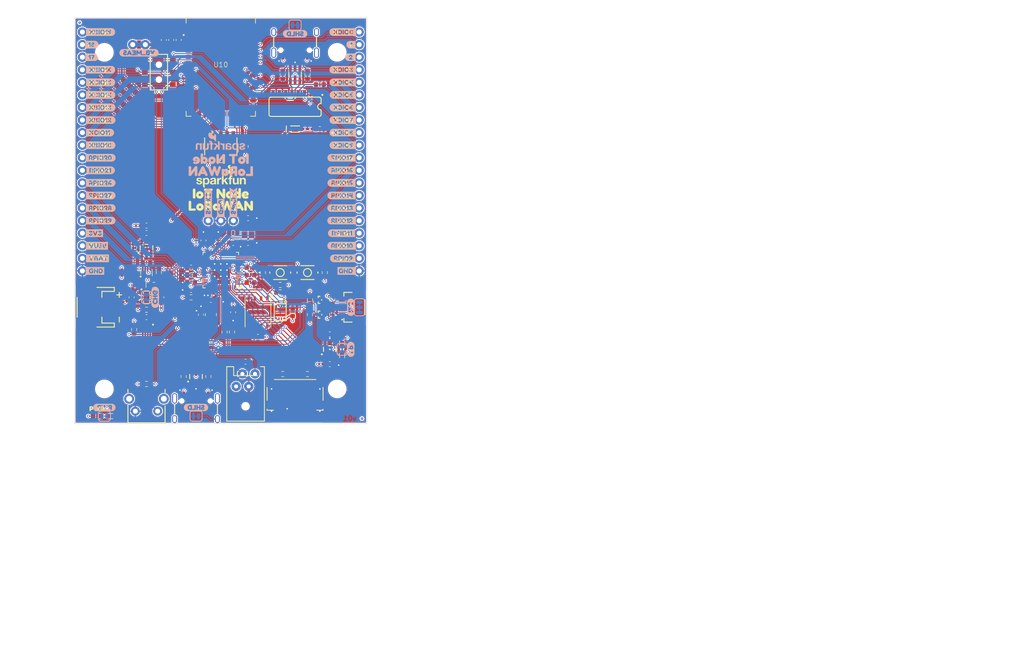
<source format=kicad_pcb>
(kicad_pcb (version 20240108) (generator "pcbnew") (generator_version "8.0")
  (title_block (comment 1 "Designed by: Dryw Wade"))
  (layers (0 "F.Cu" signal) (1 "In1.Cu" signal) (2 "In2.Cu" signal) (31 "B.Cu" signal) (34 "B.Paste" user) (35 "F.Paste" user) (36 "B.SilkS" user "B.Silkscreen") (37 "F.SilkS" user "F.Silkscreen") (38 "B.Mask" user) (39 "F.Mask" user) (44 "Edge.Cuts" user))
  (net 0 "")
  (net 1 "XBLR_USB_D-")
  (net 2 "GND")
  (net 3 "XBLR_USB_D+")
  (net 4 "3.3V")
  (net 5 "RP2350_USB_D+")
  (net 6 "RP2350_USB_D-")
  (net 7 "Net-(U1-VREG_LX)")
  (net 8 "VDDA")
  (net 9 "QSPI_SCLK")
  (net 10 "QSPI_D1")
  (net 11 "QSPI_D0")
  (net 12 "QSPI_D2")
  (net 13 "QSPI_~{CS}")
  (net 14 "QSPI_D3")
  (net 15 "PSRAM_~{CS}")
  (net 16 "VBATT")
  (net 19 "Net-(JP2-A)")
  (net 20 "BAT_POWER")
  (net 21 "SDA")
  (net 22 "SCL")
  (net 23 "FUEL_GAUGE_~{ALRT}")
  (net 26 "VIN")
  (net 27 "3.3V_P")
  (net 28 "PERIPHERAL_POWER")
  (net 30 "LED_OUT")
  (net 31 "LED_IN")
  (net 32 "Net-(D3-A)")
  (net 33 "Net-(JP4-A)")
  (net 34 "~{BOOT}")
  (net 35 "~{RESET}")
  (net 36 "/RP2350/USB_D-")
  (net 37 "/RP2350/USB_D+")
  (net 38 "XBLR_SWDIO")
  (net 39 "XBLR_~{RESET}")
  (net 40 "XBLR_SWCLK")
  (net 41 "RP2350_SWDIO")
  (net 42 "RP2350_SWCLK")
  (net 43 "RP2350_RX")
  (net 44 "XBLR_USB_RX")
  (net 45 "XBLR_USB_TX")
  (net 46 "RP2350_TX")
  (net 47 "XBLR_SWO")
  (net 48 "Net-(JP6-B)")
  (net 49 "Net-(D2-K)")
  (net 50 "Net-(D2-A)")
  (net 51 "Net-(J4-SHIELD)")
  (net 53 "Net-(J4-CC2)")
  (net 57 "Net-(J4-CC1)")
  (net 61 "Net-(J5-CC2)")
  (net 62 "Net-(J5-SHIELD)")
  (net 66 "Net-(J5-CC1)")
  (net 67 "Net-(JP4-B)")
  (net 68 "Net-(U7-PROG)")
  (net 79 "XBLR_IO1")
  (net 81 "XBLR_IO8")
  (net 83 "XBLR_IO3")
  (net 84 "XBLR_IO9")
  (net 85 "XBLR_IO2")
  (net 86 "XBLR_IO0")
  (net 87 "XBLR_IO5")
  (net 88 "XBLR_IO4")
  (net 89 "XBLR_IO10")
  (net 90 "XBLR_IO19")
  (net 91 "XBLR_IO17")
  (net 92 "XBLR_IO12")
  (net 93 "XBLR_IO18")
  (net 94 "XBLR_IO15")
  (net 95 "XBLR_IO16")
  (net 97 "XBLR_IO11")
  (net 98 "USER_BUTTON")
  (net 99 "Net-(JP7-B)")
  (net 100 "1.1V")
  (net 101 "Net-(Y1-1)")
  (net 102 "Net-(U1-XIN)")
  (net 103 "Net-(U1-XOUT)")
  (net 104 "~{ON}")
  (net 109 "SD_~{CS}")
  (net 110 "SD_PICO")
  (net 111 "SD_DET")
  (net 112 "SD_SCK")
  (net 113 "SD_POCI")
  (net 114 "XBLR_IO6")
  (net 115 "XBLR_IO7")
  (net 116 "XBLR_RX{slash}IO14")
  (net 117 "XBLR_TX{slash}IO13")
  (net 118 "Net-(D3-K)")
  (net 119 "SCL_OUT")
  (net 120 "SDA_OUT")
  (net 121 "RP2350_IO27")
  (net 122 "RP2350_IO29")
  (net 123 "RP2350_IO28")
  (net 124 "RP2350_IO26")
  (net 125 "RP2350_IO21")
  (net 126 "RP2350_IO20")
  (net 127 "RP2350_IO10")
  (net 128 "RP2350_IO12")
  (net 129 "RP2350_IO15")
  (net 130 "RP2350_IO13")
  (net 131 "RP2350_IO9")
  (net 132 "RP2350_IO14")
  (net 133 "RP2350_IO11")
  (net 134 "RP2350_IO16")
  (net 135 "RP2350_IO17")
  (net 136 "VUSB")
  (net 137 "V3")
  (net 138 "VUSB_2")
  (footprint "SparkFun-Hardware:Standoff" (layer "F.Cu") (at 123.5 134)
    (property "Reference" "ST3")
    (property "Value" "Standoff")
  )
  (footprint "SparkFun-Capacitor:C_0603_1608Metric" (layer "F.Cu") (at 105.5 104.5 180)
    (property "Reference" "C30")
    (property "Value" "15pF")
  )
  (footprint "RP2350A:RP2350A" (layer "F.Cu") (at 100 110 180)
    (property "Reference" "U1")
    (property "Value" "~")
  )
  (footprint "SparkFun-Resistor:R_0603_1608Metric" (layer "F.Cu") (at 117.5 131 180)
    (property "Reference" "R26")
    (property "Value" "10k")
  )
  (footprint "SparkFun-Capacitor:C_0603_1608Metric" (layer "F.Cu") (at 82 115.5 90)
    (property "Reference" "C5")
    (property "Value" "2.2uF")
  )
  (footprint "SparkFun-Aesthetic:Creative_Commons_License" (layer "F.Cu") (at 215.265 168.91)
    (property "Reference" "G3" (hide yes))
    (property "Value" "OSHW_Logo" (hide yes))
  )
  (footprint "SparkFun-Capacitor:C_0603_1608Metric" (layer "F.Cu") (at 120 72.5)
    (property "Reference" "C27")
    (property "Value" "0.1uF")
  )
  (footprint "SparkFun-Resistor:R_0603_1608Metric" (layer "F.Cu") (at 118 119 90)
    (property "Reference" "R28")
    (property "Value" "2.2k")
  )
  (footprint "SparkFun-Semiconductor-Standard:SOT23-5" (layer "F.Cu") (at 85 115.5)
    (property "Reference" "U7")
    (property "Value" "MCP73831")
  )
  (footprint "SparkFun-Semiconductor-Standard:SOT-583-8" (layer "F.Cu") (at 85 110.5 90)
    (property "Reference" "U5")
    (property "Value" "LM66200")
  )
  (footprint "SparkFun-Resistor:R_0603_1608Metric" (layer "F.Cu") (at 108.5 110.5 -90)
    (property "Reference" "R15")
    (property "Value" "1k")
  )
  (footprint "kibuzzard-6691B44C" (layer "F.Cu") (at 124.638 79.68)
    (property "Reference" "kibuzzard-6691B44C" (hide yes))
    (property "Value" "G***" (hide yes))
  )
  (footprint "SparkFun-Capacitor:C_0603_1608Metric" (layer "F.Cu") (at 94 111 180)
    (property "Reference" "C16")
    (property "Value" "0.1uF")
  )
  (footprint "SparkFun-Capacitor:C_0603_1608Metric" (layer "F.Cu") (at 105.5 99.5 180)
    (property "Reference" "C29")
    (property "Value" "15pF")
  )
  (footprint "kibuzzard-6691B3F9" (layer "F.Cu") (at 75.743 79.68)
    (property "Reference" "kibuzzard-6691B3F9" (hide yes))
    (property "Value" "G***" (hide yes))
  )
  (footprint "SparkFun-Semiconductor-Standard:SOT23-6" (layer "F.Cu") (at 115 70.5 -90)
    (property "Reference" "D5")
    (property "Value" "DT1042-04SO")
  )
  (footprint "kibuzzard-6691B30B" (layer "F.Cu") (at 75.743 87.3)
    (property "Reference" "kibuzzard-6691B30B" (hide yes))
    (property "Value" "G***" (hide yes))
  )
  (footprint "SparkFun-Capacitor:C_0603_1608Metric" (layer "F.Cu") (at 96.5 104 90)
    (property "Reference" "C15")
    (property "Value" "0.1uF")
  )
  (footprint "SparkFun-Capacitor:C_0603_1608Metric" (layer "F.Cu") (at 107.5 123.5 180)
    (property "Reference" "C22")
    (property "Value" "0.1uF")
  )
  (footprint "SparkFun-Connector:JST_SMD_1.0mm-4_RA" (layer "F.Cu") (at 124.5 117.5 90)
    (property "Reference" "J3")
    (property "Value" "Qwiic_RA")
  )
  (footprint "SparkFun-Resistor:R_0603_1608Metric" (layer "F.Cu") (at 118 116 -90)
    (property "Reference" "R27")
    (property "Value" "2.2k")
  )
  (footprint "SparkFun-Capacitor:C_0603_1608Metric" (layer "F.Cu") (at 122 123)
    (property "Reference" "C8")
    (property "Value" "2.2uF")
  )
  (footprint "kibuzzard-6691B3E7" (layer "F.Cu") (at 75.743 69.52)
    (property "Reference" "kibuzzard-6691B3E7" (hide yes))
    (property "Value" "G***" (hide yes))
  )
  (footprint "SparkFun-Resistor:R_0603_1608Metric" (layer "F.Cu") (at 100.75 122.5 -90)
    (property "Reference" "R4")
    (property "Value" "27")
  )
  (footprint "kibuzzard-6691B276" (layer "F.Cu") (at 74.6 110.16)
    (property "Reference" "kibuzzard-6691B276" (hide yes))
    (property "Value" "G***" (hide yes))
  )
  (footprint "SparkFun-Switch:Push_PTH_RA_8-020_h7.5mm" (layer "F.Cu") (at 85 138.5)
    (property "Reference" "SW4")
    (property "Value" "PTH_RA_h7.5mm")
  )
  (footprint "kibuzzard-6691B383" (layer "F.Cu") (at 124.384 102.54)
    (property "Reference" "kibuzzard-6691B383" (hide yes))
    (property "Value" "G***" (hide yes))
  )
  (footprint "SparkFun-Capacitor:C_0603_1608Metric" (layer "F.Cu") (at 91.5 63.5 90)
    (property "Reference" "C25")
    (property "Value" "10pF")
  )
  (footprint "SparkFun-Resistor:R_0603_1608Metric" (layer "F.Cu") (at 94 115.5 180)
    (property "Reference" "R23")
    (property "Value" "10")
  )
  (footprint "SparkFun-Semiconductor-Standard:SO-16" (layer "F.Cu") (at 115 77 -90)
    (property "Reference" "U3")
    (property "Value" "CH340C")
  )
  (footprint "SparkFun-Connector:microSD_Friction_Fit_Atom" (layer "F.Cu") (at 115 135)
    (property "Reference" "J9")
    (property "Value" "microSD_Friction")
  )
  (footprint "SparkFun-Semiconductor-Standard:SC-89 SOT-490" (layer "F.Cu") (at 119.5 116 90)
    (property "Reference" "Q2")
    (property "Value" "RE1C002UNTCL")
  )
  (footprint "SparkFun-Resistor:R_0603_1608Metric" (layer "F.Cu") (at 82.5 105.5 -90)
    (property "Reference" "R7")
    (property "Value" "100k")
  )
  (footprint "SparkFun-Aesthetic:Fiducial_0.5mm_Mask1mm" (layer "F.Cu") (at 128.5 140)
    (property "Reference" "FID4")
    (property "Value" "Fiducial_0.5mm")
  )
  (footprint "kibuzzard-6691B37B" (layer "F.Cu") (at 124.384 97.46)
    (property "Reference" "kibuzzard-6691B37B" (hide yes))
    (property "Value" "G***" (hide yes))
  )
  (footprint "kibuzzard-6691B2FE" (layer "F.Cu") (at 75.743 94.92)
    (property "Reference" "kibuzzard-6691B2FE" (hide yes))
    (property "Value" "G***" (hide yes))
  )
  (footprint "SparkFun-Capacitor:C_0603_1608Metric" (layer "F.Cu") (at 88.5 63.5 90)
    (property "Reference" "C23")
    (property "Value" "10uF")
  )
  (footprint "SparkFun-Aesthetic:Fiducial_0.5mm_Mask1mm" (layer "F.Cu") (at 71.5 60)
    (property "Reference" "FID1")
    (property "Value" "Fiducial_0.5mm")
  )
  (footprint "SparkFun-Resistor:R_0603_1608Metric" (layer "F.Cu") (at 112 114.5)
    (property "Reference" "R12")
    (property "Value" "10k")
  )
  (footprint "SparkFun-Resistor:R_0603_1608Metric" (layer "F.Cu") (at 112 113 180)
    (property "Reference" "R16")
    (property "Value" "10k")
  )
  (footprint "SparkFun-Capacitor:C_0603_1608Metric" (layer "F.Cu") (at 94 112.5 180)
    (property "Reference" "C9")
    (property "Value" "0.1uF")
  )
  (footprint "kibuzzard-6691B450" (layer "F.Cu") (at 124.638 82.22)
    (property "Reference" "kibuzzard-6691B450" (hide yes))
    (property "Value" "G***" (hide yes))
  )
  (footprint "kibuzzard-6691B304" (layer "F.Cu") (at 75.743 92.38)
    (property "Reference" "kibuzzard-6691B304" (hide yes))
    (property "Value" "G***" (hide yes))
  )
  (footprint "SparkFun-LED:LED_0603_1608Metric" (layer "F.Cu") (at 75 139.5 180)
    (property "Reference" "D3")
    (property "Value" "Red")
  )
  (footprint "kibuzzard-6691B296" (layer "F.Cu") (at 75.108 107.62)
    (property "Reference" "kibuzzard-6691B296" (hide yes))
    (property "Value" "G***" (hide yes))
  )
  (footprint "SparkFun-Resistor:R_0603_1608Metric" (layer "F.Cu") (at 82.5 122 -90)
    (property "Reference" "R6")
    (property "Value" "10k")
  )
  (footprint "SparkFun-Switch:Push_SMD_4.6x2.8mm" (layer "F.Cu") (at 112 110.5 180)
    (property "Reference" "SW1")
    (property "Value" "SMD_4.6x2.8mm_h2.5mm")
  )
  (footprint "SparkFun-Semiconductor-Standard:SOD-323" (layer "F.Cu") (at 115 81.5)
    (property "Reference" "D6")
    (property "Value" "BAT20J")
  )
  (footprint "kibuzzard-6691B472" (layer "F.Cu") (at 126.289 64.44)
    (property "Reference" "kibuzzard-6691B472" (hide yes))
    (property "Value" "G***" (hide yes))
  )
  (footprint "kibuzzard-6691B376" (layer "F.Cu") (at 124.384 94.92)
    (property "Reference" "kibuzzard-6691B376" (hide yes))
    (property "Value" "G***" (hide yes))
  )
  (footprint "SparkFun-Resistor:R_0603_1608Metric" (layer "F.Cu") (at 112.5 70.5 -90)
    (property "Reference" "R17")
    (property "Value" "5.1k")
  )
  (footprint "RP2350A:APS6404L-3SQR-ZR" (layer "F.Cu") (at 112 118.5 -90)
    (property "Reference" "U2")
    (property "Value" "~")
  )
  (footprint "kibuzzard-6691B338" (layer "F.Cu") (at 124.384 87.3)
    (property "Reference" "kibuzzard-6691B338" (hide yes))
    (property "Value" "G***" (hide yes))
  )
  (footprint "kibuzzard-6691B4B8" (layer "F.Cu") (at 100 94.5)
    (property "Reference" "kibuzzard-6691B4B8" (hide yes))
    (property "Value" "G***" (hide yes))
  )
  (footprint "SparkFun-Capacitor:C_0603_1608Metric" (layer "F.Cu") (at 102.5 118.5 -90)
    (property "Reference" "C10")
    (property "Value" "0.1uF")
  )
  (footprint "kibuzzard-6691B36B" (layer "F.Cu") (at 124.384 89.84)
    (property "Reference" "kibuzzard-6691B36B" (hide yes))
    (property "Value" "G***" (hide yes))
  )
  (footprint "kibuzzard-6691B3F1" (layer "F.Cu") (at 75.743 74.6)
    (property "Reference" "kibuzzard-6691B3F1" (hide yes))
    (property "Value" "G***" (hide yes))
  )
  (footprint "SparkFun-Semiconductor-Standard:SOT23-5" (layer "F.Cu") (at 85 105.5 90)
    (property "Reference" "U6")
    (property "Value" "RT9080-3.3")
  )
  (footprint "kibuzzard-6691B3A2" (layer "F.Cu") (at 125.4 110.16)
    (property "Reference" "kibuzzard-6691B3A2" (hide yes))
    (property "Value" "G***" (hide yes))
  )
  (footprint "SparkFun-Semiconductor-Standard:SOT23-6" (layer "F.Cu") (at 95 131.5 90)
    (property "Reference" "D4")
    (property "Value" "DT1042-04SO")
  )
  (footprint "kibuzzard-6691B38E" (layer "F.Cu") (at 124.638 107.62)
    (property "Reference" "kibuzzard-6691B38E" (hide yes))
    (property "Value" "G***" (hide yes))
  )
  (footprint "kibuzzard-6691B363" (layer "F.Cu") (at 124.384 100)
    (property "Reference" "kibuzzard-6691B363" (hide yes))
    (property "Value" "G***" (hide yes))
  )
  (footprint "SparkFun-Clocks:CRYSTAL-SMD-2X2.5MM" (layer "F.Cu") (at 105.5 102 90)
    (property "Reference" "Y1")
    (property "Value" "~")
  )
  (footprint "SparkFun-Resistor:R_0603_1608Metric" (layer "F.Cu") (at 124.5 124.5 -90)
    (property "Reference" "R24")
    (property "Value" "1k")
  )
  (footprint "SparkFun-Connector:USB-C_16" (layer "F.Cu") (at 95 135)
    (property "Reference" "J5")
    (property "Value" "USB_C_Receptacle")
  )
  (footprint "SparkFun-Capacitor:C_0603_1608Metric" (layer "F.Cu") (at 94 114 180)
    (property "Reference" "C28")
    (property "Value" "2.2uF")
  )
  (footprint "SparkFun-Hardware:Standoff" (layer "F.Cu") (at 76.5 66)
    (property "Reference" "ST2")
    (property "Value" "Standoff")
  )
  (footprint "kibuzzard-6691B480" (layer "F.Cu") (at 73.965 66.98)
    (property "Reference" "kibuzzard-6691B480" (hide yes))
    (property "Value" "G***" (hide yes))
  )
  (footprint "kibuzzard-6691B3E1" (layer "F.Cu") (at 75.743 61.9)
    (property "Reference" "kibuzzard-6691B3E1" (hide yes))
    (property "Value" "G***" (hide yes))
  )
  (footprint "SparkFun-Capacitor:C_0603_1608Metric" (layer "F.Cu") (at 85 108.5)
    (property "Reference" "C1")
    (property "Value" "2.2uF")
  )
  (footprint "SparkFun-Connector:1x20" (layer "F.Cu") (at 127.94 61.9 -90)
    (property "Reference" "J8")
    (property "Value" "Conn_01x12")
  )
  (footprint "kibuzzard-6691B440" (layer "F.Cu") (at 124.638 72.06)
    (property "Reference" "kibuzzard-6691B440" (hide yes))
    (property "Value" "G***" (hide yes))
  )
  (footprint "SparkFun-Capacitor:C_0603_1608Metric" (layer "F.Cu") (at 122 129)
    (property "Reference" "C7")
    (property "Value" "2.2uF")
  )
  (footprint "SparkFun-LED:WS2812B-CBI" (layer "F.Cu") (at 105 137.5 -90)
    (property "Reference" "D1")
    (property "Value" "WS2812B_CBI")
  )
  (footprint "SparkFun-Aesthetic:SparkFun_Logo_10mm" (layer "F.Cu") (at 100 92)
    (property "Reference" "G***")
    (property "Value" "LOGO" (hide yes))
  )
  (footprint "SparkFun-Capacitor:C_0603_1608Metric" (layer "F.Cu") (at 106 111)
    (property "Reference" "C14")
    (property "Value" "0.1uF")
  )
  (footprint "kibuzzard-6691B436" (layer "F.Cu") (at 124.638 61.9)
    (property "Reference" "kibuzzard-6691B436" (hide yes))
    (property "Value" "G***" (hide yes))
  )
  (footprint "kibuzzard-6691B29E" (layer "F.Cu") (at 74.981 105.08)
    (property "Reference" "kibuzzard-6691B29E" (hide yes))
    (property "Value" "G***" (hide yes))
  )
  (footprint "SparkFun-Capacitor:C_0603_1608Metric" (layer "F.Cu") (at 88 115.5 90)
    (property "Reference" "C4")
    (property "Value" "2.2uF")
  )
  (footprint "SparkFun-Resistor:R_0603_1608Metric" (layer "F.Cu") (at 117.5 70.5 -90)
    (property "Reference" "R18")
    (property "Value" "5.1k")
  )
  (footprint "SparkFun-Connector:1x03" (layer "F.Cu") (at 102.54 100 180)
    (property "Reference" "J1")
    (property "Value" "Conn_01x03")
  )
  (footprint "SparkFun-LED:LED_0603_1608Metric" (layer "F.Cu") (at 83.5 113 180)
    (property "Reference" "D2")
    (property "Value" "Yellow")
  )
  (footprint "kibuzzard-6691B444" (layer "F.Cu") (at 124.638 74.6)
    (property "Reference" "kibuzzard-6691B444" (hide yes))
    (property "Value" "G***" (hide yes))
  )
  (footprint "SparkFun-Resistor:R_0603_1608Metric" (layer "F.Cu") (at 85 133)
    (property "Reference" "R21")
    (property "Value" "10k")
  )
  (footprint "SparkFun-Resistor:R_0603_1608Metric" (layer "F.Cu") (at 105 85 90)
    (property "Reference" "R22")
    (property "Value" "10k")
  )
  (footprint "SparkFun-Switch:Push_SMD_4.6x2.8mm" (layer "F.Cu") (at 117.5 110.5 180)
    (property "Reference" "SW2")
    (property "Value" "SMD_4.6x2.8mm_h2.5mm")
  )
  (footprint "SparkFun-Resistor:R_0603_1608Metric" (layer "F.Cu") (at 86.5 113)
    (property "Reference" "R11")
    (property "Value" "2.2k")
  )
  (footprint "SparkFun-Connector:JST_SMD_2.0mm-2" (layer "F.Cu") (at 74 117.5 90)
    (property "Reference" "J2")
    (property "Value" "JST_2mm_LiPo")
  )
  (footprint "SparkFun-Resistor:R_0603_1608Metric" (layer "F.Cu") (at 124.5 127.5 90)
    (property "Reference" "R19")
    (property "Value" "100k")
  )
  (footprint "SparkFun-Semiconductor-Standard:SC-89 SOT-490" (layer "F.Cu") (at 119.5 119 90)
    (property "Reference" "Q1")
    (property "Value" "RE1C002UNTCL")
  )
  (footprint "SparkFun-Resistor:R_0603_1608Metric" (layer "F.Cu") (at 97.5 131.5 90)
    (property "Reference" "R1")
    (property "Value" "5.1k")
  )
  (footprint "SparkFun-Capacitor:C_0603_1608Metric" (layer "F.Cu") (at 114.5 118.5 90)
    (property "Reference" "C21")
    (property "Value" "0.1uF")
  )
  (footprint "kibuzzard-6691B3CB" (layer "F.Cu") (at 75.743 84.76)
    (property "Reference" "kibuzzard-6691B3CB" (hide yes))
    (property "Value" "G***" (hide yes))
  )
  (footprint "SparkFun-Capacitor:C_0603_1608Metric" (layer "F.Cu") (at 105 128.5 180)
    (property "Reference" "C2")
    (property "Value" "0.1uF")
  )
  (footprint "kibuzzard-6691B2FA" (layer "F.Cu") (at 75.743 97.46)
    (property "Reference" "kibuzzard-6691B2FA" (hide yes))
    (property "Value" "G***" (hide yes))
  )
  (footprint "SparkFun-Capacitor:C_0603_1608Metric" (layer "F.Cu") (at 96 119 90)
    (property "Reference" "C18")
    (property "Value" "10uF")
  )
  (footprint "kibuzzard-6691B387" (layer "F.Cu") (at 124.384 105.08)
    (property "Reference" "kibuzzard-6691B387" (hide yes))
    (property "Value" "G***" (hide yes))
  )
  (footprint "SparkFun-Semiconductor-Standard:SOT23-5" (layer "F.Cu") (at 122 126 90)
    (property "Reference" "U9")
    (property "Value" "RT9080-3.3")
  )
  (footprint "SparkFun_IoT_Node_LoRaWAN:XBee_LR" (layer "F.Cu") (at 100 69)
    (property "Reference" "U10")
    (property "Value" "~")
  )
  (footprint "SparkFun-Resistor:R_0603_1608Metric" (layer "F.Cu") (at 122.5 116 -90)
    (property "Reference" "R20")
    (property "Value" "2.2k")
  )
  (footprint "SparkFun-Semiconductor-Standard:WDFN-8_6x5mm-SkinnyCenterPad" (layer "F.Cu") (at 107.5 118.5 -90)
    (property "Reference" "U4")
    (property "Value" "W25Q128JVPIM")
  )
  (footprint "SparkFun-Switch:Slide_DPDT_SMD_7.2x3.5mm" (layer "F.Cu") (at 87.5 70)
    (property "Reference" "SW3")
    (property "Value" "DPDT_Slide_SMD_7.2x3.5mm")
  )
  (footprint "kibuzzard-6691B3FD" (layer "F.Cu") (at 75.616 82.22)
    (property "Reference" "kibuzzard-6691B3FD" (hide yes))
    (property "Value" "G***" (hide yes))
  )
  (footprint "SparkFun-Capacitor:C_0603_1608Metric" (layer "F.Cu") (at 85 101)
    (property "Reference" "C26")
    (property "Value" "10uF")
  )
  (footprint "kibuzzard-6691B872" (layer "F.Cu") (at 75 138)
    (property "Reference" "kibuzzard-6691B872" (hide yes))
    (property "Value" "G***" (hide yes))
  )
  (footprint "SparkFun-Resistor:R_0603_1608Metric" (layer "F.Cu") (at 122.5 119 90)
    (property "Reference" "R13")
    (property "Value" "2.2k")
  )
  (footprint "kibuzzard-6691B3F5" (layer "F.Cu") (at 75.743 77.14)
    (property "Reference" "kibuzzard-6691B3F5" (hide yes))
    (property "Value" "G***" (hide yes))
  )
  (footprint "SparkFun-Capacitor:C_0603_1608Metric" (layer "F.Cu") (at 99.5 104 90)
    (property "Reference" "C12")
    (property "Value" "0.1uF")
  )
  (footprint "SparkFun-Resistor:R_0603_1608Metric" (layer "F.Cu") (at 102.5 102.5)
    (property "Reference" "R25")
    (property "Value" "1k")
  )
  (footprint "SparkFun-Connector:USB-C_16" (layer "F.Cu") (at 115 67 180)
    (property "Reference" "J4")
    (property "Value" "USB_C_Receptacle")
  )
  (footprint "SparkFun-Capacitor:C_0603_1608Metric" (layer "F.Cu") (at 98 116 180)
    (property "Reference" "C20")
    (property "Value" "10uF")
  )
  (footprint "SparkFun-Capacitor:C_0603_1608Metric" (layer "F.Cu") (at 94 109.5 180)
    (property "Reference" "C11")
    (property "Value" "0.1uF")
  )
  (footprint "SparkFun-Capacitor:C_0603_1608Metric" (layer "F.Cu") (at 120 81.5)
    (property "Reference" "C31")
    (property "Value" "0.1uF")
  )
  (footprint "kibuzzard-6691B43C" (layer "F.Cu") (at 124.638 69.52)
    (property "Reference" "kibuzzard-6691B43C" (hide yes))
    (property "Value" "G***" (hide yes))
  )
  (footprint "kibuzzard-6691B307" (layer "F.Cu") (at 75.743 89.84)
    (property "Reference" "kibuzzard-6691B307" (hide yes))
    (property "Value" "G***" (hide yes))
  )
  (footprint "SparkFun-Semiconductor-Standard:DFN-8" (layer "F.Cu") (at 85 122 -90)
    (property "Reference" "U8")
    (property "Value" "MAX17048")
  )
  (footprint "kibuzzard-6691B3EC" (layer "F.Cu") (at 75.743 72.06)
    (property "Reference" "kibuzzard-6691B3EC" (hide yes))
    (property "Value" "G***" (hide yes))
  )
  (footprint "SparkFun-Resistor:R_0603_1608Metric" (layer "F.Cu") (at 85 118 180)
    (property "Reference" "R9")
    (property "Value" "4.7k")
  )
  (footprint "kibuzzard-6691B464" (layer "F.Cu") (at 126.162 66.98)
    (property "Reference" "kibuzzard-6691B464" (hide yes))
    (property "Value" "G***" (hide yes))
  )
  (footprint "kibuzzard-6691B2C0" (layer "F.Cu") (at 75.743 100)
    (property "Reference" "kibuzzard-6691B2C0" (hide yes))
    (property "Value" "G***" (hide yes))
  )
  (footprint "kibuzzard-6691B48E" (layer "F.Cu") (at 73.965 64.44)
    (property "Reference" "kibuzzard-6691B48E" (hide yes))
    (property "Value" "G***" (hide yes))
  )
  (footprint "SparkFun-Resistor:R_0603_1608Metric" (layer "F.Cu") (at 78 139.5)
    (property "Reference" "R10")
    (property "Value" "4.7k")
  )
  (footprint "SparkFun-Capacitor:C_0603_1608Metric" (layer "F.Cu") (at 85 102.5)
    (property "Reference" "C3")
    (property "Value" "2.2uF")
  )
  (footprint "SparkFun-Resistor:R_0603_1608Metric" (layer "F.Cu") (at 102.25 122.5 -90)
    (property "Reference" "R3")
    (property "Value" "27")
  )
  (footprint "SparkFun-Connector:2x5_1.27mm_SMD_Unshrouded" (layer "F.Cu") (at 100 85)
    (property "Reference" "J6")
    (property "Value" "SWD")
  )
  (footprint "kibuzzard-6691B4CC" (layer "F.Cu") (at 100 97)
    (property "Reference" "kibuzzard-6691B4CC" (hide yes))
    (property "Value" "G***" (hide yes))
  )
  (footprint "SparkFun-Capacitor:C_0603_1608Metric" (layer "F.Cu") (at 90 63.5 90)
    (property "Reference" "C24")
    (property "Value" "1.0uF")
  )
  (footprint "SparkFun-Coil:1008_2520Metric" (layer "F.Cu") (at 98 119 90)
    (property "Reference" "L1")
    (property "Value" "4.7uH")
  )
  (footprint "SparkFun-Resistor:R_0603_1608Metric" (layer "F.Cu") (at 92.5 131.5 90)
    (property "Reference" "R2")
    (property "Value" "5.1k")
  )
  (footprint "SparkFun-Hardware:Standoff" (layer "F.Cu") (at 76.5 134)
    (property "Reference" "ST4")
    (property "Value" "Standoff")
  )
  (footprint "SparkFun-Resistor:R_0603_1608Metric" (layer "F.Cu") (at 87.5 110.5 90)
    (property "Reference" "R8")
    (property "Value" "100k")
  )
  (footprint "kibuzzard-6691B419" (layer "F.Cu") (at 124.638 84.76)
    (property "Reference" "kibuzzard-6691B419" (hide yes))
    (property "Value" "G***" (hide yes))
  )
  (footprint "kibuzzard-6691B36F" (layer "F.Cu") (at 124.384 92.38)
    (property "Reference" "kibuzzard-6691B36F" (hide yes))
    (property "Value" "G***" (hide yes))
  )
  (footprint "SparkFun-Capacitor:C_0603_1608Metric" (layer "F.Cu") (at 102.5 104.5)
    (property "Reference" "C19")
    (property "Value" "0.1uF")
  )
  (footprint "SparkFun-Capacitor:C_0603_1608Metric" (layer "F.Cu") (at 106 109.5)
    (property "Reference" "C13")
    (property "Value" "0.1uF")
  )
  (footprint "SparkFun-Capacitor:C_0603_1608Metric" (layer "F.Cu") (at 106 112.5)
    (property "Reference" "C17")
    (property "Value" "0.1uF")
  )
  (footprint "SparkFun-Connector:1x20" (layer "F.Cu") (at 72.06 61.9 -90)
    (property "Reference" "J7")
    (property "Value" "Conn_01x12")
  )
  (footprint "SparkFun-Hardware:Standoff" (layer "F.Cu") (at 123.5 66)
    (property "Reference" "ST1")
    (property "Value" "Standoff")
  )
  (footprint "kibuzzard-6691B2AD" (layer "F.Cu") (at 74.473 102.54)
    (property "Reference" "kibuzzard-6691B2AD" (hide yes))
    (property "Value" "G***" (hide yes))
  )
  (footprint "kibuzzard-6691B448" (layer "F.Cu") (at 124.638 77.14)
    (property "Reference" "kibuzzard-6691B448" (hide yes))
    (property "Value" "G***" (hide yes))
  )
  (footprint "SparkFun-Resistor:R_0603_1608Metric" (layer "F.Cu") (at 112.5 131 180)
    (property "Reference" "R5")
    (property "Value" "10k")
  )
  (footprint "SparkFun-Capacitor:C_0603_1608Metric" (layer "F.Cu") (at 85 119.5)
    (property "Reference" "C6")
    (property "Value" "0.1uF")
  )
  (footprint "SparkFun-Resistor:R_0603_1608Metric" (layer "F.Cu") (at 121 110.5 90)
    (property "Reference" "R14")
    (property "Value" "10k")
  )
  (footprint "kibuzzard-6691B750" (layer "B.Cu") (at 126.25 126 90)
    (property "Reference" "kibuzzard-6691B750" (hide yes))
    (property "Value" "G***" (hide yes))
  )
  (footprint "kibuzzard-6691B763" (layer "B.Cu") (at 86.75 115.5 90)
    (property "Reference" "kibuzzard-6691B763" (hide yes))
    (property "Value" "G***" (hide yes))
  )
  (footprint "kibuzzard-6691B633" (layer "B.Cu") (at 124.638 79.68 180)
    (property "Reference" "kibuzzard-6691B633" (hide yes))
    (property "Value" "G***" (hide yes))
  )
  (footprint "kibuzzard-6691B5A6" (layer "B.Cu") (at 124.384 102.54 180)
    (property "Reference" "kibuzzard-6691B5A6" (hide yes))
    (property "Value" "G***" (hide yes))
  )
  (footprint "SparkFun-Jumper:Jumper_3_NC-2_Trace" (layer "B.Cu") (at 128 117.5 -90)
    (property "Reference" "JP4")
    (property "Value" "~")
  )
  (footprint "SparkFun-Aesthetic:Fiducial_0.5mm_Mask1mm" (layer "B.Cu") (at 71.5 60 180)
    (property "Reference" "FID3")
    (property "Value" "Fiducial_0.5mm")
  )
  (footprint "SparkFun-Jumper:Jumper_2_NC_Trace" (layer "B.Cu") (at 95 139.5 180)
    (property "Reference" "JP1")
    (property "Value" "~")
  )
  (footprint "kibuzzard-6691B712" (layer "B.Cu") (at 95 137.75 180)
    (property "Reference" "kibuzzard-6691B712" (hide yes))
    (property "Value" "G***" (hide yes))
  )
  (footprint "kibuzzard-6691B6B9" (layer "B.Cu") (at 75.743 84.76 180)
    (property "Reference" "kibuzzard-6691B6B9" (hide yes))
    (property "Value" "G***" (hide yes))
  )
  (footprint "kibuzzard-6691B627" (layer "B.Cu") (at 124.638 72.06 180)
    (property "Reference" "kibuzzard-6691B627" (hide yes))
    (property "Value" "G***" (hide yes))
  )
  (footprint "SparkFun-Jumper:Jumper_2_PTH_SMD_Combo-NC" (layer "B.Cu") (at 83.49 64.44)
    (property "Reference" "JP6")
    (property "Value" "Measure")
  )
  (footprint "kibuzzard-6691B525" (layer "B.Cu") (at 75.743 87.3 180)
    (property "Reference" "kibuzzard-6691B525" (hide yes))
    (property "Value" "G***" (hide yes))
  )
  (footprint "kibuzzard-6691B641" (layer "B.Cu") (at 126.162 66.98 180)
    (property "Reference" "kibuzzard-6691B641" (hide yes))
    (property "Value" "G***" (hide yes))
  )
  (footprint "kibuzzard-6691B4CC" (layer "B.Cu") (at 100 90 180)
    (property "Reference" "kibuzzard-6691B4CC" (hide yes))
    (property "Value" "G***" (hide yes))
  )
  (footprint "kibuzzard-6691B580" (layer "B.Cu") (at 124.384 87.3 180)
    (property "Reference" "kibuzzard-6691B580" (hide yes))
    (property "Value" "G***" (hide yes))
  )
  (footprint "SparkFun-Aesthetic:SparkFun_Logo_10mm" (layer "B.Cu") (at 100 85 180)
    (property "Reference" "G***")
    (property "Value" "LOGO" (hide yes))
  )
  (footprint "kibuzzard-6691B61F" (layer "B.Cu") (at 124.638 61.9 180)
    (property "Reference" "kibuzzard-6691B61F" (hide yes))
    (property "Value" "G***" (hide yes))
  )
  (footprint "kibuzzard-6691B54A" (layer "B.Cu") (at 75.743 89.84 180)
    (property "Reference" "kibuzzard-6691B54A" (hide yes))
    (property "Value" "G***" (hide yes))
  )
  (footprint "kibuzzard-6691B6A6" (layer "B.Cu") (at 75.743 74.6 180)
    (property "Reference" "kibuzzard-6691B6A6" (hide yes))
    (property "Value" "G***" (hide yes))
  )
  (footprint "kibuzzard-6691B712" (layer "B.Cu") (at 115 62.25 180)
    (property "Reference" "kibuzzard-6691B712" (hide yes))
    (property "Value" "G***" (hide yes))
  )
  (footprint "kibuzzard-6691B73B" (layer "B.Cu") (at 126.25 117.5 90)
    (property "Reference" "kibuzzard-6691B73B" (hide yes))
    (property "Value" "G***" (hide yes))
  )
  (footprint "kibuzzard-6691B5F0" (layer "B.Cu") (at 74.981 105.08 180)
    (property "Reference" "kibuzzard-6691B5F0" (hide yes))
    (property "Value" "G***" (hide yes))
  )
  (footprint "SparkFun-Aesthetic:Fiducial_0.5mm_Mask1mm" (layer "B.Cu") (at 128.5 140 180)
    (property "Reference" "FID2")
    (property "Value" "Fiducial_0.5mm")
  )
  (footprint "kibuzzard-6691B7AB" (layer "B.Cu") (at 102.54 96.317 90)
    (property "Reference" "kibuzzard-6691B7AB" (hide yes))
    (property "Value" "G***" (hide yes))
  )
  (footprint "kibuzzard-6691B62F" (layer "B.Cu") (at 124.638 77.14 180)
    (property "Reference" "kibuzzard-6691B62F" (hide yes))
    (property "Value" "G***" (hide yes))
  )
  (footprint "kibuzzard-6691B5C0" (layer "B.Cu") (at 124.384 92.38 180)
    (property "Reference" "kibuzzard-6691B5C0" (hide yes))
    (property "Value" "G***" (hide yes))
  )
  (footprint "kibuzzard-6691B7BF" (layer "B.Cu") (at 97.46 96.444 90)
    (property "Reference" "kibuzzard-6691B7BF" (hide yes))
    (property "Value" "G***" (hide yes))
  )
  (footprint "kibuzzard-6691B6B0" (layer "B.Cu") (at 75.743 79.68 180)
    (property "Reference" "kibuzzard-6691B6B0" (hide yes))
    (property "Value" "G***" (hide yes))
  )
  (footprint "kibuzzard-6691B60A" (layer "B.Cu") (at 124.638 84.76 180)
    (property "Reference" "kibuzzard-6691B60A" (hide yes))
    (property "Value" "G***" (hide yes))
  )
  (footprint "kibuzzard-6691B5C3" (layer "B.Cu") (at 124.384 89.84 180)
    (property "Reference" "kibuzzard-6691B5C3" (hide yes))
    (property "Value" "G***" (hide yes))
  )
  (footprint "kibuzzard-6691B623" (layer "B.Cu") (at 124.638 69.52 180)
    (property "Reference" "kibuzzard-6691B623" (hide yes))
    (property "Value" "G***" (hide yes))
  )
  (footprint "kibuzzard-6691B4B8" (layer "B.Cu") (at 100 87.5 180)
    (property "Reference" "kibuzzard-6691B4B8" (hide yes))
    (property "Value" "G***" (hide yes))
  )
  (footprint "kibuzzard-6691B276" (layer "B.Cu") (at 125.4 110.16 180)
    (property "Reference" "kibuzzard-6691B276" (hide yes))
    (property "Value" "G***" (hide yes))
  )
  (footprint "kibuzzard-6691B6AB" (layer "B.Cu") (at 75.743 77.14 180)
    (property "Reference" "kibuzzard-6691B6AB" (hide yes))
    (property "Value" "G***" (hide yes))
  )
  (footprint "kibuzzard-6691B566" (layer "B.Cu") (at 75.743 97.46 180)
    (property "Reference" "kibuzzard-6691B566" (hide yes))
    (property "Value" "G***" (hide yes))
  )
  (footprint "kibuzzard-6691B697" (layer "B.Cu") (at 75.743 61.9 180)
    (property "Reference" "kibuzzard-6691B697" (hide yes))
    (property "Value" "G***" (hide yes))
  )
  (footprint "SparkFun-Jumper:Jumper_2_NC_Trace" (layer "B.Cu") (at 124.5 126 90)
    (property "Reference" "JP7")
    (property "Value" "~")
  )
  (footprint "kibuzzard-6691B649" (layer "B.Cu") (at 126.289 64.44 180)
    (property "Reference" "kibuzzard-6691B649" (hide yes))
    (property "Value" "G***" (hide yes))
  )
  (footprint "kibuzzard-6691B276" (layer "B.Cu") (at 100 97.46 90)
    (property "Reference" "kibuzzard-6691B276" (hide yes))
    (property "Value" "G***" (hide yes))
  )
  (footprint "kibuzzard-6691B637" (layer "B.Cu") (at 124.638 82.22 180)
    (property "Reference" "kibuzzard-6691B637" (hide yes))
    (property "Value" "G***" (hide yes))
  )
  (footprint "kibuzzard-6691B661" (layer "B.Cu") (at 73.965 64.44 180)
    (property "Reference" "kibuzzard-6691B661" (hide yes))
    (property "Value" "G***" (hide yes))
  )
  (footprint "kibuzzard-6691B6EC" (layer "B.Cu") (at 83.49 66.091 180)
    (property "Reference" "kibuzzard-6691B6EC" (hide yes))
    (property "Value" "G***" (hide yes))
  )
  (footprint "kibuzzard-6691B561" (layer "B.Cu") (at 75.743 94.92 180)
    (property "Reference" "kibuzzard-6691B561" (hide yes))
    (property "Value" "G***" (hide yes))
  )
  (footprint "kibuzzard-6691B59B" (layer "B.Cu") (at 124.638 107.62 180)
    (property "Reference" "kibuzzard-6691B59B" (hide yes))
    (property "Value" "G***" (hide yes))
  )
  (footprint "kibuzzard-6691B62B" (layer "B.Cu") (at 124.638 74.6 180)
    (property "Reference" "kibuzzard-6691B62B" (hide yes))
    (property "Value" "G***" (hide yes))
  )
  (footprint "SparkFun-Jumper:Jumper_2_NC_Trace" (layer "B.Cu") (at 115 60.5)
    (property "Reference" "JP5")
    (property "Value" "~")
  )
  (footprint "kibuzzard-6691B5FB" (layer "B.Cu") (at 75.108 107.62 180)
    (property "Reference" "kibuzzard-6691B5FB" (hide yes))
    (property "Value" "G***" (hide yes))
  )
  (footprint "kibuzzard-6691B658" (layer "B.Cu") (at 73.965 66.98 180)
    (property "Reference" "kibuzzard-6691B658" (hide yes))
    (property "Value" "G***" (hide yes))
  )
  (footprint "SparkFun-Jumper:Jumper_2_NC_Trace" (layer "B.Cu") (at 76.5 139.5)
    (property "Reference" "JP3")
    (property "Value" "~")
  )
  (footprint "kibuzzard-6691B670" (layer "B.Cu") (at 75.743 69.52 180)
    (property "Reference" "kibuzzard-6691B670" (hide yes))
    (property "Value" "G***" (hide yes))
  )
  (footprint "kibuzzard-6691B55C" (layer "B.Cu") (at 75.743 92.38 180)
    (property "Reference" "kibuzzard-6691B55C" (hide yes))
    (property "Value" "G***" (hide yes))
  )
  (footprint "kibuzzard-6691B5AC" (layer "B.Cu") (at 124.384 100 180)
    (property "Reference" "kibuzzard-6691B5AC" (hide yes))
    (property "Value" "G***" (hide yes))
  )
  (footprint "kibuzzard-6691B6B5" (layer "B.Cu") (at 75.616 82.22 180)
    (property "Reference" "kibuzzard-6691B6B5" (hide yes))
    (property "Value" "G***" (hide yes))
  )
  (footprint "kibuzzard-6691B6A1" (layer "B.Cu") (at 75.743 72.06 180)
    (property "Reference" "kibuzzard-6691B6A1" (hide yes))
    (property "Value" "G***" (hide yes))
  )
  (footprint "kibuzzard-6691B56B" (layer "B.Cu") (at 75.743 100 180)
    (property "Reference" "kibuzzard-6691B56B" (hide yes))
    (property "Value" "G***" (hide yes))
  )
  (footprint "kibuzzard-6691B3A2" (layer "B.Cu") (at 74.6 110.16 180)
    (property "Reference" "kibuzzard-6691B3A2" (hide yes))
    (property "Value" "G***" (hide yes))
  )
  (footprint "kibuzzard-6691B72F" (layer "B.Cu") (at 76.5 137.75 180)
    (property "Reference" "kibuzzard-6691B72F" (hide yes))
    (property "Value" "G***" (hide yes))
  )
  (footprint "kibuzzard-6691B5E6" (layer "B.Cu") (at 74.473 102.54 180)
    (property "Reference" "kibuzzard-6691B5E6" (hide yes))
    (property "Value" "G***" (hide yes))
  )
  (footprint "SparkFun-Jumper:Jumper_2_NC_Trace" (layer "B.Cu") (at 85 115.5 90)
    (property "Reference" "JP2")
    (property "Value" "~")
  )
  (footprint "kibuzzard-6691B5B1" (layer "B.Cu") (at 124.384 97.46 180)
    (property "Reference" "kibuzzard-6691B5B1" (hide yes))
    (property "Value" "G***" (hide yes))
  )
  (footprint "kibuzzard-6691B5BB" (layer "B.Cu") (at 124.384 94.92 180)
    (property "Reference" "kibuzzard-6691B5BB" (hide yes))
    (property "Value" "G***" (hide yes))
  )
  (footprint "kibuzzard-6691B5A1" (layer "B.Cu") (at 124.384 105.08 180)
    (property "Reference" "kibuzzard-6691B5A1" (hide yes))
    (property "Value" "G***" (hide yes))
  )
  (gr_line (start 79 115) (end 80 115) (stroke (width 0.2)) (layer "F.SilkS"))
  (gr_line (start 79.5 115.5) (end 79.5 114.5) (stroke (width 0.2)) (layer "F.SilkS"))
  (gr_line (start 79.5 119.5) (end 79.5 120.5) (stroke (width 0.2)) (layer "F.SilkS"))
  (gr_rect (start 70.5 59) (end 129.5 141) (stroke (width 0.1)) (fill none) (layer "Edge.Cuts"))
  (gr_text "v01" (at 126 140 0) (layer "B.Cu" knockout) (effects (font (size 1.016 1.016) (thickness 0.254) (bold yes)) (justify mirror)))
  (segment (start 115 75) (end 114.5 75.5) (width 0.2326) (layer "F.Cu") (net 1))
  (segment (start 115.95 69.1999) (end 115.95 71.8001) (width 0.2326) (layer "F.Cu") (net 1))
  (segment (start 115 73.5) (end 115 75) (width 0.2326) (layer "F.Cu") (net 1))
  (segment (start 113.5 75.5) (end 113.095 75.095) (width 0.2326) (layer "F.Cu") (net 1))
  (segment (start 115.95 72.55) (end 115 73.5) (width 0.2326) (layer "F.Cu") (net 1))
  (segment (start 115.95 69.1999) (end 115.95 67.7) (width 0.2326) (layer "F.Cu") (net 1))
  (segment (start 114.75 67.25) (end 115 67.5) (width 0.2326) (layer "F.Cu") (net 1))
  (segment (start 114.75 66.66) (end 114.75 67.25) (width 0.2326) (layer "F.Cu") (net 1))
  (segment (start 115.75 66.66) (end 115.75 67.5) (width 0.2326) (layer "F.Cu") (net 1))
  (segment (start 115 67.5) (end 115.75 67.5) (width 0.2326) (layer "F.Cu") (net 1))
  (segment (start 114.5 75.5) (end 113.5 75.5) (width 0.2326) (layer "F.Cu") (net 1))
  (segment (start 115.95 67.7) (end 115.75 67.5) (width 0.2326) (layer "F.Cu") (net 1))
  (segment (start 113.095 75.095) (end 113.095 74.2) (width 0.2326) (layer "F.Cu") (net 1))
  (segment (start 115.95 71.8001) (end 115.95 72.55) (width 0.2326) (layer "F.Cu") (net 1))
  (segment (start 115 69.1999) (end 115 68.0233) (width 0.5) (layer "F.Cu") (net 2))
  (segment (start 97.6 114.9) (end 97.6 113.4365) (width 0.2) (layer "F.Cu") (net 2))
  (segment (start 97.4 115.1) (end 97.6 114.9) (width 0.2) (layer "F.Cu") (net 2))
  (segment (start 95 132.8001) (end 95 133.9767) (width 0.5) (layer "F.Cu") (net 2))
  (via (at 99.5 102.3) (size 0.56) (drill 0.3) (layers "F.Cu" "B.Cu") (net 2))
  (via (at 107.25 104.5) (size 0.56) (drill 0.3) (layers "F.Cu" "B.Cu") (net 2))
  (via (at 123.25 119.1) (size 0.56) (drill 0.3) (layers "F.Cu" "B.Cu") (net 2))
  (via (at 98.25 134.25) (size 0.56) (drill 0.3) (layers "F.Cu" "B.Cu") (net 2))
  (via (at 100.5 116.4) (size 0.56) (drill 0.3) (layers "F.Cu" "B.Cu") (net 2))
  (via (at 120 138.5) (size 0.56) (drill 0.3) (layers "F.Cu" "B.Cu") (net 2))
  (via (at 100 111.25) (size 0.56) (drill 0.3) (layers "F.Cu" "B.Cu") (net 2))
  (via (at 123.8 129.2) (size 0.56) (drill 0.3) (layers "F.Cu" "B.Cu") (net 2))
  (via (at 113.4 138) (size 0.56) (drill 0.3) (layers "F.Cu" "B.Cu") (net 2))
  (via (at 108.6 72.5) (size 0.56) (drill 0.3) (layers "F.Cu" "B.Cu") (net 2))
  (via (at 92.3 111) (size 0.56) (drill 0.3) (layers "F.Cu" "B.Cu") (net 2))
  (via (at 111.75 67.75) (size 0.56) (drill 0.3) (layers "F.Cu" "B.Cu") (net 2))
  (via (at 98.75 108.75) (size 0.56) (drill 0.3) (layers "F.Cu" "B.Cu") (net 2))
  (via (at 97.4 115.1) (size 0.56) (drill 0.3) (layers "F.Cu" "B.Cu") (net 2))
  (via (at 107.8 110.5) (size 0.56) (drill 0.3) (layers "F.Cu" "B.Cu") (net 2))
  (via (at 91.75 134.25) (size 0.56) (drill 0.3) (layers "F.Cu" "B.Cu") (net 2))
  (via (at 101.25 108.75) (size 0.56) (drill 0.3) (layers "F.Cu" "B.Cu") (net 2))
  (via (at 106.8 108.6) (size 0.56) (drill 0.3) (layers "F.Cu" "B.Cu") (net 2))
  (via (at 101.25 110) (size 0.56) (drill 0.3) (layers "F.Cu" "B.Cu") (net 2))
  (via (at 92.3 109.5) (size 0.56) (drill 0.3) (layers "F.Cu" "B.Cu") (net 2))
  (via (at 104 105.25) (size 0.56) (drill 0.3) (layers "F.Cu" "B.Cu") (net 2))
  (via (at 100 110) (size 0.56) (drill 0.3) (layers "F.Cu" "B.Cu") (net 2))
  (via (at 124.5 120) (size 0.56) (drill 0.3) (layers "F.Cu" "B.Cu") (net 2))
  (via (at 120 134) (size 0.56) (drill 0.3) (layers "F.Cu" "B.Cu") (net 2))
  (via (at 101.25 111.25) (size 0.56) (drill 0.3) (layers "F.Cu" "B.Cu") (net 2))
  (via (at 122 123.8) (size 0.56) (drill 0.3) (layers "F.Cu" "B.Cu") (net 2))
  (via (at 110.25 138.5) (size 0.56) (drill 0.3) (layers "F.Cu" "B.Cu") (net 2))
  (via (at 98.75 110) (size 0.56) (drill 0.3) (layers "F.Cu" "B.Cu") (net 2))
  (via (at 102.5 120.2) (size 0.56) (drill 0.3) (layers "F.Cu" "B.Cu") (net 2))
  (via (at 122 126) (size 0.56) (drill 0.3) (layers "F.Cu" "B.Cu") (net 2))
  (via (at 98.75 111.25) (size 0.56) (drill 0.3) (layers "F.Cu" "B.Cu") (net 2))
  (via (at 99.5 125.7) (size 0.56) (drill 0.3) (layers "F.Cu" "B.Cu") (net 2))
  (via (at 96.7 115.1) (size 0.56) (drill 0.3) (layers "F.Cu" "B.Cu") (net 2))
  (via (at 95 133.9767) (size 0.56) (drill 0.3) (layers "F.Cu" "B.Cu") (net 2))
  (via (at 115 68.0233) (size 0.56) (drill 0.3) (layers "F.Cu" "B.Cu") (net 2))
  (via (at 92.3 114) (size 0.56) (drill 0.3) (layers "F.Cu" "B.Cu") (net 2))
  (via (at 96 117.3) (size 0.56) (drill 0.3) (layers "F.Cu" "B.Cu") (net 2))
  (via (at 110.25 134) (size 0.56) (drill 0.3) (layers "F.Cu" "B.Cu") (net 2))
  (via (at 92.3 112.5) (size 0.56) (drill 0.3) (layers "F.Cu" "B.Cu") (net 2))
  (via (at 96.5 102.3) (size 0.56) (drill 0.3) (layers "F.Cu" "B.Cu") (net 2))
  (via (at 100 108.75) (size 0.56) (drill 0.3) (layers "F.Cu" "B.Cu") (net 2))
  (via (at 95.1 118.2) (size 0.56) (drill 0.3) (layers "F.Cu" "B.Cu") (net 2))
  (via (at 118.25 67.75) (size 0.56) (drill 0.3) (layers "F.Cu" "B.Cu") (net 2))
  (via (at 107.25 99.5) (size 0.56) (drill 0.3) (layers "F.Cu" "B.Cu") (net 2))
  (segment (start 114.05 69.1999) (end 114.05 71.8001) (width 0.2326) (layer "F.Cu") (net 3))
  (segment (start 114.05 69.1999) (end 114.05 67.75) (width 0.2326) (layer "F.Cu") (net 3))
  (segment (start 114.05 67.75) (end 114.25 67.55) (width 0.2326) (layer "F.Cu") (net 3))
  (segment (start 115.25 66.05) (end 115 65.8) (width 0.2326) (layer "F.Cu") (net 3))
  (segment (start 114.5 65.8) (end 114.25 66.05) (width 0.2326) (layer "F.Cu") (net 3))
  (segment (start 114.25 67.55) (end 114.25 66.66) (width 0.2326) (layer "F.Cu") (net 3))
  (segment (start 115.25 66.66) (end 115.25 66.05) (width 0.2326) (layer "F.Cu") (net 3))
  (segment (start 115 65.8) (end 114.5 65.8) (width 0.2326) (layer "F.Cu") (net 3))
  (segment (start 114.05 72.685) (end 114.365 73) (width 0.2326) (layer "F.Cu") (net 3))
  (segment (start 114.05 71.8001) (end 114.05 72.685) (width 0.2326) (layer "F.Cu") (net 3))
  (segment (start 114.25 66.05) (end 114.25 66.66) (width 0.2326) (layer "F.Cu") (net 3))
  (segment (start 114.365 73) (end 114.365 74.2) (width 0.2326) (layer "F.Cu") (net 3))
  (segment (start 101.2 105.507) (end 101.2 106.5635) (width 0.2) (layer "F.Cu") (net 4))
  (segment (start 101.307 104.918) (end 101.725 104.5) (width 0.2) (layer "F.Cu") (net 4))
  (segment (start 95.807 110) (end 96.5635 110) (width 0.2) (layer "F.Cu") (net 4))
  (segment (start 103.4365 112.8) (end 104.3 112.8) (width 0.2) (layer "F.Cu") (net 4))
  (segment (start 94.775 112.5) (end 94.75 112.5) (width 0.2) (layer "F.Cu") (net 4))
  (segment (start 94.75 112.5) (end 94 113.25) (width 0.2) (layer "F.Cu") (net 4))
  (segment (start 96.6 105.7) (end 96.7 105.7) (width 0.2) (layer "F.Cu") (net 4))
  (segment (start 97.46 86.88) (end 97.46 88.76) (width 0.2) (layer "F.Cu") (net 4))
  (segment (start 98.6 115.1) (end 98.4 114.9) (width 0.2) (layer "F.Cu") (net 4))
  (segment (start 82.5 121.175) (end 82.5 120.25) (width 0.2) (layer "F.Cu") (net 4))
  (segment (start 102.5 116.9) (end 102.5 117.725) (width 0.2) (layer "F.Cu") (net 4))
  (segment (start 118 115.175) (end 118 114.25) (width 0.2) (layer "F.Cu") (net 4))
  (segment (start 98.4 114.9) (end 98.4 113.4365) (width 0.2) (layer "F.Cu") (net 4))
  (segment (start 113.25 119.75) (end 113.725 119.275) (width 0.2) (layer "F.Cu") (net 4))
  (segment (start 95.7 112.8) (end 95.075 112.8) (width 0.2) (layer "F.Cu") (net 4))
  (segment (start 96.5635 112.8) (end 95.7 112.8) (width 0.2) (layer "F.Cu") (net 4))
  (segment (start 100 113.4365) (end 100 114) (width 0.2) (layer "F.Cu") (net 4))
  (segment (start 103.4365 108.8) (end 104.3 108.8) (width 0.2) (layer "F.Cu") (net 4))
  (segment (start 101.307 105.4) (end 101.2 105.507) (width 0.2) (layer "F.Cu") (net 4))
  (segment (start 82.5 104.675) (end 82.9751 104.1999) (width 0.2) (layer "F.Cu") (net 4))
  (segment (start 105.225 109.5) (end 105.225 109.475) (width 0.2) (layer "F.Cu") (net 4))
  (segment (start 104.925 112.8) (end 105.225 112.5) (width 0.2) (layer "F.Cu") (net 4))
  (segment (start 112.75 119.75) (end 113.25 119.75) (width 0.2) (layer "F.Cu") (net 4))
  (segment (start 121 111.325) (end 121 112.2) (width 0.2) (layer "F.Cu") (net 4))
  (segment (start 105.225 112.525) (end 106 113.3) (width 0.2) (layer "F.Cu") (net 4))
  (segment (start 95.7 109.893) (end 95.807 110) (width 0.2) (layer "F.Cu") (net 4))
  (segment (start 105 85.825) (end 105 86.75) (width 0.2) (layer "F.Cu") (net 4))
  (segment (start 108.275 123.5) (end 109.2 123.5) (width 0.2) (layer "F.Cu") (net 4))
  (segment (start 98.775 115.275) (end 98.775 116) (width 0.2) (layer "F.Cu") (net 4))
  (segment (start 98.6 115.1) (end 98.775 115.275) (width 0.2) (layer "F.Cu") (net 4))
  (segment (start 95.307 109.5) (end 94.775 109.5) (width 0.2) (layer "F.Cu") (net 4))
  (segment (start 97.46 88.76) (end 97.5 88.8) (width 0.2) (layer "F.Cu") (net 4))
  (segment (start 97.2 106.2) (end 97.2 106.5635) (width 0.2) (layer "F.Cu") (net 4))
  (segment (start 96.7 105.7) (end 97.2 106.2) (width 0.2) (layer "F.Cu") (net 4))
  (segment (start 101.307 105.4) (end 101.307 104.918) (width 0.2) (layer "F.Cu") (net 4))
  (segment (start 108.275 123.5) (end 108.275 122.5625) (width 0.2) (layer "F.Cu") (net 4))
  (segment (start 84.175 133) (end 83.25 133) (width 0.2) (layer "F.Cu") (net 4))
  (segment (start 100.2 114.2) (end 100.4 114.2) (width 0.2) (layer "F.Cu") (net 4))
  (segment (start 84.225 101) (end 83.25 101) (width 0.5) (layer "F.Cu") (net 4))
  (segment (start 100.4 114.4) (end 102.5 116.5) (width 0.2) (layer "F.Cu") (net 4))
  (segment (start 82.9751 104.1999) (end 84.05 104.1999) (width 0.2) (layer "F.Cu") (net 4))
  (segment (start 112.825 113) (end 113.7 113) (width 0.2) (layer "F.Cu") (net 4))
  (segment (start 93.175 115.5) (end 92.3 115.5) (width 0.2) (layer "F.Cu") (net 4))
  (segment (start 105.225 109.475) (end 106 108.7) (width 0.2) (layer "F.Cu") (net 4))
  (segment (start 95.7 109.893) (end 95.307 109.5) (width 0.2) (layer "F.Cu") (net 4))
  (segment (start 111.325 114.5) (end 112.825 113) (width 0.2) (layer "F.Cu") (net 4))
  (segment (start 84.05 102.675) (end 84.225 102.5) (width 0.5) (layer "F.Cu") (net 4))
  (segment (start 113.725 119.275) (end 114.5 119.275) (width 0.2) (layer "F.Cu") (net 4))
  (segment (start 104.3 112.8) (end 104.925 112.8) (width 0.2) (layer "F.Cu") (net 4))
  (segment (start 118 119.825) (end 118 120.75) (width 0.2) (layer "F.Cu") (net 4))
  (segment (start 108.275 122.5625) (end 109.405 121.4325) (width 0.2) (layer "F.Cu") (net 4))
  (segment (start 102.5 116.5) (end 102.5 116.9) (width 0.2) (layer "F.Cu") (net 4))
  (segment (start 96.5 105.6) (end 96.5 104.775) (width 0.2) (layer "F.Cu") (net 4))
  (segment (start 104.525 108.8) (end 105.225 109.5) (width 0.2) (layer "F.Cu") (net 4))
  (segment (start 104.3 108.8) (end 104.525 108.8) (width 0.2) (layer "F.Cu") (net 4))
  (segment (start 95.075 112.8) (end 94.775 112.5) (width 0.2) (layer "F.Cu") (net 4))
  (segment (start 114.5 119.275) (end 114.5 120.25) (width 0.2) (layer "F.Cu") (net 4))
  (segment (start 100 114) (end 100.2 114.2) (width 0.2) (layer "F.Cu") (net 4))
  (segment (start 109.405 121.4325) (end 109.405 121.275) (width 0.2) (layer "F.Cu") (net 4))
  (segment (start 100.4 114.2) (end 100.4 114.4) (width 0.2) (layer "F.Cu") (net 4))
  (segment (start 111.175 114.5) (end 111.325 114.5) (width 0.2) (layer "F.Cu") (net 4))
  (segment (start 83.25 101) (end 82.5 101) (width 0.5) (layer "F.Cu") (net 4))
  (segment (start 100.4 113.4365) (end 100.4 114.2) (width 0.2) (layer "F.Cu") (net 4))
  (segment (start 96.6 105.7) (end 96.5 105.6) (width 0.2) (layer "F.Cu") (net 4))
  (segment (start 105.225 112.5) (end 105.225 112.525) (width 0.2) (layer "F.Cu") (net 4))
  (segment (start 84.225 102.5) (end 84.225 101) (width 0.5) (layer "F.Cu") (net 4))
  (segment (start 84.05 104.1999) (end 84.05 102.675) (width 0.5) (layer "F.Cu") (net 4))
  (segment (start 80 111.5) (end 80 109.5) (width 0.5) (layer "F.Cu") (net 4))
  (via (at 80 109.5) (size 0.56) (drill 0.3) (layers "F.Cu" "B.Cu") (net 4))
  (via (at 113.7 113) (size 0.56) (drill 0.3) (layers "F.Cu" "B.Cu") (net 4))
  (via (at 83.25 133) (size 0.56) (drill 0.3) (layers "F.Cu" "B.Cu") (net 4))
  (via (at 106 108.7) (size 0.56) (drill 0.3) (layers "F.Cu" "B.Cu") (net 4))
  (via (at 82.5 120.25) (size 0.56) (drill 0.3) (layers "F.Cu" "B.Cu") (net 4))
  (via (at 83.25 101) (size 0.56) (drill 0.3) (layers "F.Cu" "B.Cu") (net 4))
  (via (at 96.6 105.7) (size 0.56) (drill 0.3) (layers "F.Cu" "B.Cu") (net 4))
  (via (at 102.5 116.9) (size 0.56) (drill 0.3) (layers "F.Cu" "B.Cu") (net 4))
  (via (at 97.5 88.8) (size 0.56) (drill 0.3) (layers "F.Cu" "B.Cu") (net 4))
  (via (at 106 113.3) (size 0.56) (drill 0.3) (layers "F.Cu" "B.Cu") (net 4))
  (via (at 82.5 101) (size 0.56) (drill 0.3) (layers "F.Cu" "B.Cu") (net 4))
  (via (at 114.5 120.25) (size 0.56) (drill 0.3) (layers "F.Cu" "B.Cu") (net 4))
  (via (at 101.307 105.4) (size 0.56) (drill 0.3) (layers "F.Cu" "B.Cu") (net 4))
  (via (at 118 114.25) (size 0.56) (drill 0.3) (layers "F.Cu" "B.Cu") (net 4))
  (via (at 80 111.5) (size 0.56) (drill 0.3) (layers "F.Cu" "B.Cu") (net 4))
  (via (at 105 86.75) (size 0.56) (drill 0.3) (layers "F.Cu" "B.Cu") (net 4))
  (via (at 95.7 109.893) (size 0.56) (drill 0.3) (layers "F.Cu" "B.Cu") (net 4))
  (via (at 121 112.2) (size 0.56) (drill 0.3) (layers "F.Cu" "B.Cu") (net 4))
  (via (at 98.6 115.1) (size 0.56) (drill 0.3) (layers "F.Cu" "B.Cu") (net 4))
  (via (at 109.2 123.5) (size 0.56) (drill 0.3) (layers "F.Cu" "B.Cu") (net 4))
  (via (at 94 113.25) (size 0.56) (drill 0.3) (layers "F.Cu" "B.Cu") (net 4))
  (via (at 92.3 115.5) (size 0.56) (drill 0.3) (layers "F.Cu" "B.Cu") (net 4))
  (via (at 77 138) (size 0.56) (drill 0.3) (layers "F.Cu" "B.Cu") (net 4))
  (via (at 125.75 126.5) (size 0.56) (drill 0.3) (layers "F.Cu" "B.Cu") (net 4))
  (via (at 118 120.75) (size 0.56) (drill 0.3) (layers "F.Cu" "B.Cu") (net 4))
  (segment (start 77.0207 138.0207) (end 77 138) (width 0.2) (layer "B.Cu") (net 4))
  (segment (start 125.7293 126.5207) (end 125.75 126.5) (width 0.2) (layer "B.Cu") (net 4))
  (segment (start 77.0207 139.5) (end 77.0207 138.0207) (width 0.2) (layer "B.Cu") (net 4))
  (segment (start 124.5 126.5207) (end 125.7293 126.5207) (width 0.2) (layer "B.Cu") (net 4))
  (segment (start 99.6 113.4365) (end 99.6 114.0855) (width 0.2326) (layer "F.Cu") (net 5))
  (segment (start 99.6 114.0855) (end 101.7 116.1855) (width 0.2326) (layer "F.Cu") (net 5))
  (segment (start 101.7 116.1855) (end 101.7 121.125) (width 0.2326) (layer "F.Cu") (net 5))
  (segment (start 101.7 121.125) (end 102.25 121.675) (width 0.2326) (layer "F.Cu") (net 5))
  (segment (start 101.3404 116.334452) (end 101.3404 121.0846) (width 0.2326) (layer "F.Cu") (net 6))
  (segment (start 99.2 113.4365) (end 99.2 114.194052) (width 0.2326) (layer "F.Cu") (net 6))
  (segment (start 101.3404 121.0846) (end 100.75 121.675) (width 0.2326) (layer "F.Cu") (net 6))
  (segment (start 99.2 114.194052) (end 101.3404 116.334452) (width 0.2326) (layer "F.Cu") (net 6))
  (segment (start 98 113.4365) (end 98 117.925) (width 0.2) (layer "F.Cu") (net 7))
  (segment (start 94.775 114) (end 94.775 115.45) (width 0.2) (layer "F.Cu") (net 8))
  (segment (start 97.2534 112.6) (end 97.2534 112.982226) (width 0.2) (layer "F.Cu") (net 8))
  (segment (start 94.775 114) (end 97 114) (width 0.2) (layer "F.Cu") (net 8))
  (segment (start 96.5635 112.4) (end 97.0534 112.4) (width 0.2) (layer "F.Cu") (net 8))
  (segment (start 97.2534 112.982226) (end 97.2 113.035626) (width 0.2) (layer "F.Cu") (net 8))
  (segment (start 97.2 113.8) (end 97.2 113.4365) (width 0.2) (layer "F.Cu") (net 8))
  (segment (start 94.775 115.45) (end 94.825 115.5) (width 0.2) (layer "F.Cu") (net 8))
  (segment (start 97.2 113.035626) (end 97.2 113.4365) (width 0.2) (layer "F.Cu") (net 8))
  (segment (start 97 114) (end 97.2 113.8) (width 0.2) (layer "F.Cu") (net 8))
  (segment (start 97.0534 112.4) (end 97.2534 112.6) (width 0.2) (layer "F.Cu") (net 8))
  (segment (start 111.75 120.029) (end 111.75 119.75) (width 0.2) (layer "F.Cu") (net 9))
  (segment (start 101.2 114.2) (end 104 117) (width 0.2) (layer "F.Cu") (net 9))
  (segment (start 107.8 120.2) (end 111.579 120.2) (width 0.2) (layer "F.Cu") (net 9))
  (segment (start 106.865 121.435) (end 106.865 121.275) (width 0.2) (layer "F.Cu") (net 9))
  (segment (start 106.865 121.275) (end 106.865 121.135) (width 0.2) (layer "F.Cu") (net 9))
  (segment (start 106.327 121.973) (end 106.865 121.435) (width 0.2) (layer "F.Cu") (net 9))
  (segment (start 101.2 113.4365) (end 101.2 114.2) (width 0.2) (layer "F.Cu") (net 9))
  (segment (start 104 117) (end 104 120.809) (width 0.2) (layer "F.Cu") (net 9))
  (segment (start 111.579 120.2) (end 111.75 120.029) (width 0.2) (layer "F.Cu") (net 9))
  (segment (start 104 120.809) (end 105.164 121.973) (width 0.2) (layer "F.Cu") (net 9))
  (segment (start 106.865 121.135) (end 107.8 120.2) (width 0.2) (layer "F.Cu") (net 9))
  (segment (start 105.164 121.973) (end 106.327 121.973) (width 0.2) (layer "F.Cu") (net 9))
  (segment (start 108.135 115.535) (end 108.135 115.725) (width 0.2) (layer "F.Cu") (net 10))
  (segment (start 112.25 117.05) (end 112.25 117.25) (width 0.2) (layer "F.Cu") (net 10))
  (segment (start 111.6 116.4) (end 112.25 117.05) (width 0.2) (layer "F.Cu") (net 10))
  (segment (start 107.1 114.5) (end 108.135 115.535) (width 0.2) (layer "F.Cu") (net 10))
  (segment (start 108.6 116.4) (end 111.6 116.4) (width 0.2) (layer "F.Cu") (net 10))
  (segment (start 108.135 115.725) (end 108.135 115.935) (width 0.2) (layer "F.Cu") (net 10))
  (segment (start 108.135 115.935) (end 108.6 116.4) (width 0.2) (layer "F.Cu") (net 10))
  (segment (start 103 114.5) (end 107.1 114.5) (width 0.2) (layer "F.Cu") (net 10))
  (segment (start 102.4 113.4365) (end 102.4 113.9) (width 0.2) (layer "F.Cu") (net 10))
  (segment (start 102.4 113.9) (end 103 114.5) (width 0.2) (layer "F.Cu") (net 10))
  (segment (start 104.5 120) (end 105.595 121.095) (width 0.2) (layer "F.Cu") (net 11))
  (segment (start 105.595 121.095) (end 105.595 121.275) (width 0.2) (layer "F.Cu") (net 11))
  (segment (start 105.595 121.275) (end 105.595 121.105) (width 0.2) (layer "F.Cu") (net 11))
  (segment (start 105.595 121.105) (end 106.95 119.75) (width 0.2) (layer "F.Cu") (net 11))
  (segment (start 104.5 117) (end 104.5 120) (width 0.2) (layer "F.Cu") (net 11))
  (segment (start 106.95 119.75) (end 111.25 119.75) (width 0.2) (layer "F.Cu") (net 11))
  (segment (start 101.6 114.1) (end 104.5 117) (width 0.2) (layer "F.Cu") (net 11))
  (segment (start 101.6 113.4365) (end 101.6 114.1) (width 0.2) (layer "F.Cu") (net 11))
  (segment (start 111.75 117.05) (end 111.75 117.25) (width 0.2) (layer "F.Cu") (net 12))
  (segment (start 103 115) (end 106.3 115) (width 0.2) (layer "F.Cu") (net 12))
  (segment (start 107.8 116.8) (end 111.5 116.8) (width 0.2) (layer "F.Cu") (net 12))
  (segment (start 102 114) (end 103 115) (width 0.2) (layer "F.Cu") (net 12))
  (segment (start 106.3 115) (end 106.865 115.565) (width 0.2) (layer "F.Cu") (net 12))
  (segment (start 111.5 116.8) (end 111.75 117.05) (width 0.2) (layer "F.Cu") (net 12))
  (segment (start 106.865 115.725) (end 106.865 115.865) (width 0.2) (layer "F.Cu") (net 12))
  (segment (start 102 113.4365) (end 102 114) (width 0.2) (layer "F.Cu") (net 12))
  (segment (start 106.865 115.565) (end 106.865 115.725) (width 0.2) (layer "F.Cu") (net 12))
  (segment (start 106.865 115.865) (end 107.8 116.8) (width 0.2) (layer "F.Cu") (net 12))
  (segment (start 110.175 113) (end 108.5 111.325) (width 0.2) (layer "F.Cu") (net 13))
  (segment (start 111.175 113.135) (end 109.405 114.905) (width 0.2) (layer "F.Cu") (net 13))
  (segment (start 102.8 113.4365) (end 102.8 113.8) (width 0.2) (layer "F.Cu") (net 13))
  (segment (start 109.405 114.905) (end 109.405 115.725) (width 0.2) (layer "F.Cu") (net 13))
  (segment (start 102.8 113.8) (end 103 114) (width 0.2) (layer "F.Cu") (net 13))
  (segment (start 103 114) (end 108.5 114) (width 0.2) (layer "F.Cu") (net 13))
  (segment (start 111.175 113) (end 110.175 113) (width 0.2) (layer "F.Cu") (net 13))
  (segment (start 108.5 114) (end 109.405 114.905) (width 0.2) (layer "F.Cu") (net 13))
  (segment (start 111.175 113) (end 111.175 113.135) (width 0.2) (layer "F.Cu") (net 13))
  (segment (start 108.135 121.465) (end 108.135 121.275) (width 0.2) (layer "F.Cu") (net 14))
  (segment (start 108.135 121.115) (end 108.65 120.6) (width 0.2) (layer "F.Cu") (net 14))
  (segment (start 111.9 120.6) (end 112.25 120.25) (width 0.2) (layer "F.Cu") (net 14))
  (segment (start 100.8 114.3) (end 103.5 117) (width 0.2) (layer "F.Cu") (net 14))
  (segment (start 108.135 121.275) (end 108.135 121.115) (width 0.2) (layer "F.Cu") (net 14))
  (segment (start 112.25 120.25) (end 112.25 119.75) (width 0.2) (layer "F.Cu") (net 14))
  (segment (start 107.2 122.4) (end 108.135 121.465) (width 0.2) (layer "F.Cu") (net 14))
  (segment (start 100.8 113.4365) (end 100.8 114.3) (width 0.2) (layer "F.Cu") (net 14))
  (segment (start 105 122.4) (end 107.2 122.4) (width 0.2) (layer "F.Cu") (net 14))
  (segment (start 103.5 117) (end 103.5 120.9) (width 0.2) (layer "F.Cu") (net 14))
  (segment (start 108.65 120.6) (end 111.9 120.6) (width 0.2) (layer "F.Cu") (net 14))
  (segment (start 103.5 120.9) (end 105 122.4) (width 0.2) (layer "F.Cu") (net 14))
  (segment (start 104.9 108.4) (end 103.4365 108.4) (width 0.2) (layer "F.Cu") (net 15))
  (segment (start 112.75 117.25) (end 112.75 115.5) (width 0.2) (layer "F.Cu") (net 15))
  (segment (start 112.75 115.5) (end 112.75 114.575) (width 0.2) (layer "F.Cu") (net 15))
  (segment (start 112.75 114.575) (end 112.825 114.5) (width 0.2) (layer "F.Cu") (net 15))
  (segment (start 105.1 108.6) (end 104.9 108.4) (width 0.2) (layer "F.Cu") (net 15))
  (via (at 105.1 108.6) (size 0.56) (drill 0.3) (layers "F.Cu" "B.Cu") (net 15))
  (via (at 112.75 115.5) (size 0.56) (drill 0.3) (layers "F.Cu" "B.Cu") (net 15))
  (segment (start 105.1 108.6) (end 112 115.5) (width 0.2) (layer "B.Cu") (net 15))
  (segment (start 112 115.5) (end 112.75 115.5) (width 0.2) (layer "B.Cu") (net 15))
  (segment (start 80.925 116.275) (end 82 116.275) (width 0.5) (layer "F.Cu") (net 16))
  (segment (start 84.75 120.45) (end 84.9625 120.2375) (width 0.2) (layer "F.Cu") (net 16))
  (segment (start 85.25 121.01) (end 85.25 120.525) (width 0.2) (layer "F.Cu") (net 16))
  (segment (start 80.7 116.5) (end 80.925 116.275) (width 0.5) (layer "F.Cu") (net 16))
  (segment (start 83.5 119.5) (end 82.75 118.75) (width 0.2) (layer "F.Cu") (net 16))
  (segment (start 84.75 121.01) (end 84.75 120.45) (width 0.2) (layer "F.Cu") (net 16))
  (segment (start 84.9625 120.2375) (end 84.225 119.5) (width 0.2) (layer "F.Cu") (net 16))
  (segment (start 82.175 116.45) (end 83.6999 116.45) (width 0.5) (layer "F.Cu") (net 16))
  (segment (start 77.7 113.26) (end 72.06 107.62) (width 0.5) (layer "F.Cu") (net 16))
  (segment (start 77.7 116.5) (end 77.7 113.26) (width 0.5) (layer "F.Cu") (net 16))
  (segment (start 85.25 111.24) (end 85.25 111.95) (width 0.2) (layer "F.Cu") (net 16))
  (segment (start 85.25 120.525) (end 84.9625 120.2375) (width 0.2) (layer "F.Cu") (net 16))
  (segment (start 85.25 111.95) (end 85.2 112) (width 0.2) (layer "F.Cu") (net 16))
  (segment (start 84.225 119.5) (end 83.5 119.5) (width 0.2) (layer "F.Cu") (net 16))
  (segment (start 82.75 118.75) (end 82 118) (width 0.2) (layer "F.Cu") (net 16))
  (segment (start 77.7 116.5) (end 80.7 116.5) (width 0.5) (layer "F.Cu") (net 16))
  (segment (start 82 118) (end 82 116.275) (width 0.2) (layer "F.Cu") (net 16))
  (segment (start 82 116.275) (end 82.175 116.45) (width 0.5) (layer "F.Cu") (net 16))
  (via (at 80.7 116.5) (size 0.56) (drill 0.3) (layers "F.Cu" "B.Cu") (net 16))
  (via (at 85.2 112) (size 0.56) (drill 0.3) (layers "F.Cu" "B.Cu") (net 16))
  (segment (start 84.175 118) (end 83.3 118) (width 0.2) (layer "F.Cu") (net 19))
  (via (at 83.3 118) (size 0.56) (drill 0.3) (layers "F.Cu" "B.Cu") (net 19))
  (segment (start 83.3 116.6) (end 83.8793 116.0207) (width 0.2) (layer "B.Cu") (net 19))
  (segment (start 83.8793 116.0207) (end 85 116.0207) (width 0.2) (layer "B.Cu") (net 19))
  (segment (start 83.3 118) (end 83.3 116.6) (width 0.2) (layer "B.Cu") (net 19))
  (segment (start 90.25 109.75) (end 92.1 107.9) (width 0.2) (layer "F.Cu") (net 20))
  (segment (start 95.4 107.9) (end 95.9 108.4) (width 0.2) (layer "F.Cu") (net 20))
  (segment (start 82.5 106.325) (end 82.5 109.25) (width 0.2) (layer "F.Cu") (net 20))
  (segment (start 83.49 109.76) (end 83.5 109.75) (width 0.2) (layer "F.Cu") (net 20))
  (segment (start 92.1 107.9) (end 95.4 107.9) (width 0.2) (layer "F.Cu") (net 20))
  (segment (start 83.5 109.75) (end 83.51 109.76) (width 0.2) (layer "F.Cu") (net 20))
  (segment (start 82.5 109.25) (end 83.01 109.76) (width 0.2) (layer "F.Cu") (net 20))
  (segment (start 83.01 109.76) (end 83.49 109.76) (width 0.2) (layer "F.Cu") (net 20))
  (segment (start 88.5 109.75) (end 90.25 109.75) (width 0.2) (layer "F.Cu") (net 20))
  (segment (start 83.51 109.76) (end 84.25 109.76) (width 0.2) (layer "F.Cu") (net 20))
  (segment (start 95.9 108.4) (end 96.5635 108.4) (width 0.2) (layer "F.Cu") (net 20))
  (via (at 83.5 109.75) (size 0.56) (drill 0.3) (layers "F.Cu" "B.Cu") (net 20))
  (via (at 88.5 109.75) (size 0.56) (drill 0.3) (layers "F.Cu" "B.Cu") (net 20))
  (segment (start 88.5 109.75) (end 83.5 109.75) (width 0.2) (layer "B.Cu") (net 20))
  (segment (start 100 125) (end 99.25 124.25) (width 0.2) (layer "F.Cu") (net 21))
  (segment (start 117.325 117.5) (end 118 118.175) (width 0.2) (layer "F.Cu") (net 21))
  (segment (start 118.625 118.175) (end 119.45 119) (width 0.2) (layer "F.Cu") (net 21))
  (segment (start 99.25 124.25) (end 86.25 124.25) (width 0.2) (layer "F.Cu") (net 21))
  (segment (start 116.75 117.5) (end 117.325 117.5) (width 0.2) (layer "F.Cu") (net 21))
  (segment (start 118 118.175) (end 118.625 118.175) (width 0.2) (layer "F.Cu") (net 21))
  (segment (start 85.75 123.75) (end 85.75 122.99) (width 0.2) (layer "F.Cu") (net 21))
  (segment (start 86.25 124.25) (end 85.75 123.75) (width 0.2) (layer "F.Cu") (net 21))
  (segment (start 104.193 110.4) (end 104.3 110.293) (width 0.2) (layer "F.Cu") (net 21))
  (segment (start 103.4365 110.4) (end 104.193 110.4) (width 0.2) (layer "F.Cu") (net 21))
  (via (at 100 125) (size 0.56) (drill 0.3) (layers "F.Cu" "B.Cu") (net 21))
  (via (at 116.75 117.5) (size 0.56) (drill 0.3) (layers "F.Cu" "B.Cu") (net 21))
  (via (at 104.3 110.293) (size 0.56) (drill 0.3) (layers "F.Cu" "B.Cu") (net 21))
  (segment (start 104.793 110.293) (end 104.3 110.293) (width 0.2) (layer "B.Cu") (net 21))
  (segment (start 116.75 121.75) (end 116.75 117.5) (width 0.2) (layer "B.Cu") (net 21))
  (segment (start 112 117.5) (end 104.793 110.293) (width 0.2) (layer "B.Cu") (net 21))
  (segment (start 100 125) (end 113.5 125) (width 0.2) (layer "B.Cu") (net 21))
  (segment (start 113.5 125) (end 116.75 121.75) (width 0.2) (layer "B.Cu") (net 21))
  (segment (start 116.75 117.5) (end 112 117.5) (width 0.2) (layer "B.Cu") (net 21))
  (segment (start 116 117.25) (end 116.425 116.825) (width 0.2) (layer "F.Cu") (net 22))
  (segment (start 103.4365 110) (end 102.507 110) (width 0.2) (layer "F.Cu") (net 22))
  (segment (start 116 118.25) (end 116 117.25) (width 0.2) (layer "F.Cu") (net 22))
  (segment (start 85.25 124.25) (end 85.25 122.99) (width 0.2) (layer "F.Cu") (net 22))
  (segment (start 118.625 116.825) (end 119.45 116) (width 0.2) (layer "F.Cu") (net 22))
  (segment (start 118 116.825) (end 118.625 116.825) (width 0.2) (layer "F.Cu") (net 22))
  (segment (start 116.425 116.825) (end 118 116.825) (width 0.2) (layer "F.Cu") (net 22))
  (segment (start 86 125) (end 85.25 124.25) (width 0.2) (layer "F.Cu") (net 22))
  (segment (start 99 125) (end 86 125) (width 0.2) (layer "F.Cu") (net 22))
  (via (at 102.507 110) (size 0.56) (drill 0.3) (layers "F.Cu" "B.Cu") (net 22))
  (via (at 99 125) (size 0.56) (drill 0.3) (layers "F.Cu" "B.Cu") (net 22))
  (via (at 116 118.25) (size 0.56) (drill 0.3) (layers "F.Cu" "B.Cu") (net 22))
  (segment (start 103.307 110.8) (end 102.507 110) (width 0.2) (layer "B.Cu") (net 22))
  (segment (start 104.510007 110.8) (end 103.307 110.8) (width 0.2) (layer "B.Cu") (net 22))
  (segment (start 113.25 124.25) (end 116 121.5) (width 0.2) (layer "B.Cu") (net 22))
  (segment (start 99 125) (end 99.75 124.25) (width 0.2) (layer "B.Cu") (net 22))
  (segment (start 99.75 124.25) (end 113.25 124.25) (width 0.2) (layer "B.Cu") (net 22))
  (segment (start 116 121.5) (end 116 118.25) (width 0.2) (layer "B.Cu") (net 22))
  (segment (start 105 111.289993) (end 104.510007 110.8) (width 0.2) (layer "B.Cu") (net 22))
  (segment (start 116 118.25) (end 111.75 118.25) (width 0.2) (layer "B.Cu") (net 22))
  (segment (start 105 111.5) (end 105 111.289993) (width 0.2) (layer "B.Cu") (net 22))
  (segment (start 111.75 118.25) (end 105 111.5) (width 0.2) (layer "B.Cu") (net 22))
  (segment (start 90.75 120) (end 90.75 109.75) (width 0.2) (layer "F.Cu") (net 23))
  (segment (start 92.2 108.3) (end 95.3 108.3) (width 0.2) (layer "F.Cu") (net 23))
  (segment (start 81.5 123) (end 82.325 123) (width 0.2) (layer "F.Cu") (net 23))
  (segment (start 90.75 109.75) (end 92.2 108.3) (width 0.2) (layer "F.Cu") (net 23))
  (segment (start 82.665 122.99) (end 84.25 122.99) (width 0.2) (layer "F.Cu") (net 23))
  (segment (start 82.5 122.825) (end 82.665 122.99) (width 0.2) (layer "F.Cu") (net 23))
  (segment (start 95.8 108.8) (end 96.5635 108.8) (width 0.2) (layer "F.Cu") (net 23))
  (segment (start 82.325 123) (end 82.5 122.825) (width 0.2) (layer "F.Cu") (net 23))
  (segment (start 95.3 108.3) (end 95.8 108.8) (width 0.2) (layer "F.Cu") (net 23))
  (via (at 90.75 120) (size 0.56) (drill 0.3) (layers "F.Cu" "B.Cu") (net 23))
  (via (at 81.5 123) (size 0.56) (drill 0.3) (layers "F.Cu" "B.Cu") (net 23))
  (segment (start 87.75 123) (end 81.5 123) (width 0.2) (layer "B.Cu") (net 23))
  (segment (start 90.75 120) (end 87.75 123) (width 0.2) (layer "B.Cu") (net 23))
  (segment (start 84.75 111.24) (end 84.75 109.76) (width 0.3) (layer "F.Cu") (net 26))
  (segment (start 121.05 127.3001) (end 121.05 128.825) (width 0.5) (layer "F.Cu") (net 26))
  (segment (start 84.25 105.75) (end 84.05 105.95) (width 0.5) (layer "F.Cu") (net 26))
  (segment (start 87.25 105.75) (end 84.25 105.75) (width 0.5) (layer "F.Cu") (net 26))
  (segment (start 119.519997 129) (end 121.225 129) (width 0.5) (layer "F.Cu") (net 26))
  (segment (start 84.225 108.5) (end 84.05 108.325) (width 0.5) (layer "F.Cu") (net 26))
  (segment (start 84.75 109.76) (end 84.75 109.025) (width 0.3) (layer "F.Cu") (net 26))
  (segment (start 85.95 106.8001) (end 85.95 105.8) (width 0.5) (layer "F.Cu") (net 26))
  (segment (start 84.05 108.325) (end 84.05 106.8001) (width 0.5) (layer "F.Cu") (net 26))
  (segment (start 84.05 105.95) (end 84.05 106.8001) (width 0.5) (layer "F.Cu") (net 26))
  (segment (start 85.95 105.8) (end 86 105.75) (width 0.5) (layer "F.Cu") (net 26))
  (segment (start 84.75 109.025) (end 84.225 108.5) (width 0.3) (layer "F.Cu") (net 26))
  (segment (start 121.05 128.825) (end 121.225 129) (width 0.5) (layer "F.Cu") (net 26))
  (via (at 87.25 105.75) (size 0.56) (drill 0.3) (layers "F.Cu" "B.Cu") (net 26))
  (via (at 120.2 129) (size 0.56) (drill 0.3) (layers "F.Cu" "B.Cu") (net 26))
  (via (at 119.519997 129) (size 0.56) (drill 0.3) (layers "F.Cu" "B.Cu") (net 26))
  (segment (start 120.002 118.902) (end 120.6 119.5) (width 0.2) (layer "F.Cu") (net 27))
  (segment (start 115.9 140.4) (end 120 140.4) (width 0.5) (layer "F.Cu") (net 27))
  (segment (start 105.635 135.135) (end 105.635 133.5) (width 0.5) (layer "F.Cu") (net 27))
  (segment (start 120 118.5) (end 120.002 118.502) (width 0.2) (layer "F.Cu") (net 27))
  (segment (start 121.8 138.6) (end 121.8 137) (width 0.5) (layer "F.Cu") (net 27))
  (segment (start 118.325 133.525) (end 118.325 131) (width 0.5) (layer "F.Cu") (net 27))
  (segment (start 121.05 124.6999) (end 121.05 123.175) (width 0.5) (layer "F.Cu") (net 27))
  (segment (start 121.225 123) (end 122.225 122) (width 0.5) (layer "F.Cu") (net 27))
  (segment (start 121.8 137) (end 118.325 133.525) (width 0.5) (layer "F.Cu") (net 27))
  (segment (start 120 140.4) (end 121.8 138.6) (width 0.5) (layer "F.Cu") (net 27))
  (segment (start 125.75 118) (end 124.5 118) (width 0.5) (layer "F.Cu") (net 27))
  (segment (start 126 118) (end 126 118.25) (width 0.2) (layer "F.Cu") (net 27))
  (segment (start 120 117.1) (end 120 118.5) (width 0.2) (layer "F.Cu") (net 27))
  (segment (start 120.6 119.5) (end 120.6 120.375) (width 0.2) (layer "F.Cu") (net 27))
  (segment (start 121.05 125.02495) (end 121.05 124.6999) (width 0.5) (layer "F.Cu") (net 27))
  (segment (start 124 122) (end 126 120) (width 0.5) (layer "F.Cu") (net 27))
  (segment (start 110.9 140.4) (end 105.635 135.135) (width 0.5) (layer "F.Cu") (net 27))
  (segment (start 118.325 131) (end 118.325 127.74995) (width 0.5) (layer "F.Cu") (net 27))
  (segment (start 122.225 122) (end 124 122) (width 0.5) (layer "F.Cu") (net 27))
  (segment (start 118.325 127.74995) (end 121.05 125.02495) (width 0.5) (layer "F.Cu") (net 27))
  (segment (start 121.05 123.175) (end 121.225 123) (width 0.5) (layer "F.Cu") (net 27))
  (segment (start 115.9 140.4) (end 110.9 140.4) (width 0.5) (layer "F.Cu") (net 27))
  (segment (start 105.635 128.64) (end 105.775 128.5) (width 0.2) (layer "F.Cu") (net 27))
  (segment (start 126 120) (end 126 118.25) (width 0.5) (layer "F.Cu") (net 27))
  (segment (start 120.002 118.502) (end 120.002 118.902) (width 0.2) (layer "F.Cu") (net 27))
  (segment (start 105.635 133.5) (end 105.635 128.64) (width 0.2) (layer "F.Cu") (net 27))
  (segment (start 126 118.25) (end 125.75 118) (width 0.5) (layer "F.Cu") (net 27))
  (segment (start 126.5 117.5) (end 126 118) (width 0.2) (layer "F.Cu") (net 27))
  (segment (start 120.6 120.375) (end 122.225 122) (width 0.2) (layer "F.Cu") (net 27))
  (segment (start 120.6 116.5) (end 120 117.1) (width 0.2) (layer "F.Cu") (net 27))
  (segment (start 115.9 138.975) (end 115.9 140.4) (width 0.5) (layer "F.Cu") (net 27))
  (via (at 126.5 117.5) (size 0.56) (drill 0.3) (layers "F.Cu" "B.Cu") (net 27))
  (segment (start 128 117.5) (end 126.5 117.5) (width 0.2) (layer "B.Cu") (net 27))
  (segment (start 122.95 127.3001) (end 123.8749 127.3001) (width 0.2) (layer "F.Cu") (net 28))
  (segment (start 103.4365 109.6) (end 104.3 109.6) (width 0.2) (layer "F.Cu") (net 28))
  (segment (start 123.8749 127.3001) (end 124.5 126.675) (width 0.2) (layer "F.Cu") (net 28))
  (segment (start 124.5 125.325) (end 124.5 126.675) (width 0.2) (layer "F.Cu") (net 28))
  (segment (start 122.95 126.05) (end 122.95 127.3001) (width 0.2) (layer "F.Cu") (net 28))
  (segment (start 123 126) (end 122.95 126.05) (width 0.2) (layer "F.Cu") (net 28))
  (via (at 104.3 109.6) (size 0.56) (drill 0.3) (layers "F.Cu" "B.Cu") (net 28))
  (via (at 123 126) (size 0.56) (drill 0.3) (layers "F.Cu" "B.Cu") (net 28))
  (segment (start 119 123.5) (end 120.25 124.75) (width 0.2) (layer "B.Cu") (net 28))
  (segment (start 122.25 124.75) (end 123 125.5) (width 0.2) (layer "B.Cu") (net 28))
  (segment (start 104.3 109.6) (end 105.1 109.6) (width 0.2) (layer "B.Cu") (net 28))
  (segment (start 118.25 116.25) (end 119 117) (width 0.2) (layer "B.Cu") (net 28))
  (segment (start 123 125.5) (end 123 126) (width 0.2) (layer "B.Cu") (net 28))
  (segment (start 119 117) (end 119 123.5) (width 0.2) (layer "B.Cu") (net 28))
  (segment (start 111.75 116.25) (end 118.25 116.25) (width 0.2) (layer "B.Cu") (net 28))
  (segment (start 105.1 109.6) (end 111.75 116.25) (width 0.2) (layer "B.Cu") (net 28))
  (segment (start 120.25 124.75) (end 122.25 124.75) (width 0.2) (layer "B.Cu") (net 28))
  (segment (start 97.2 109.6) (end 97.493 109.893) (width 0.2) (layer "F.Cu") (net 31))
  (segment (start 96.5635 109.6) (end 97.2 109.6) (width 0.2) (layer "F.Cu") (net 31))
  (via (at 97.493 109.893) (size 0.56) (drill 0.3) (layers "F.Cu" "B.Cu") (net 31))
  (segment (start 99.75 127.5) (end 98 125.75) (width 0.2) (layer "B.Cu") (net 31))
  (segment (start 98.475 110.6) (end 98.1375 110.2625) (width 0.2) (layer "B.Cu") (net 31))
  (segment (start 99.4 111.5) (end 99.4 111) (width 0.2) (layer "B.Cu") (net 31))
  (segment (start 97.8625 110.2625) (end 97.493 109.893) (width 0.2) (layer "B.Cu") (net 31))
  (segment (start 106.905 130.96) (end 106.905 128.405) (width 0.2) (layer "B.Cu") (net 31))
  (segment (start 106.905 128.405) (end 106 127.5) (width 0.2) (layer "B.Cu") (net 31))
  (segment (start 99.75 122.5) (end 99.75 111.85) (width 0.2) (layer "B.Cu") (net 31))
  (segment (start 99 110.6) (end 98.475 110.6) (width 0.2) (layer "B.Cu") (net 31))
  (segment (start 99.75 111.85) (end 99.4 111.5) (width 0.2) (layer "B.Cu") (net 31))
  (segment (start 98 124.25) (end 99.75 122.5) (width 0.2) (layer "B.Cu") (net 31))
  (segment (start 98.1375 110.2625) (end 97.8625 110.2625) (width 0.2) (layer "B.Cu") (net 31))
  (segment (start 99.4 111) (end 99 110.6) (width 0.2) (layer "B.Cu") (net 31))
  (segment (start 106 127.5) (end 99.75 127.5) (width 0.2) (layer "B.Cu") (net 31))
  (segment (start 98 125.75) (end 98 124.25) (width 0.2) (layer "B.Cu") (net 31))
  (segment (start 73.25 139.5) (end 74.175 139.5) (width 0.2) (layer "F.Cu") (net 32))
  (via (at 73.25 139.5) (size 0.56) (drill 0.3) (layers "F.Cu" "B.Cu") (net 32))
  (segment (start 75.9793 139.5) (end 73.25 139.5) (width 0.2) (layer "B.Cu") (net 32))
  (segment (start 122.5 115.175) (end 121.525 115.175) (width 0.2) (layer "F.Cu") (net 33))
  (segment (start 121.525 115.175) (end 121.5 115.2) (width 0.2) (layer "F.Cu") (net 33))
  (via (at 121.5 115.2) (size 0.56) (drill 0.3) (layers "F.Cu" "B.Cu") (net 33))
  (segment (start 122.7586 116.4586) (end 121.5 115.2) (width 0.2) (layer "B.Cu") (net 33))
  (segment (start 128 116.4586) (end 122.7586 116.4586) (width 0.2) (layer "B.Cu") (net 33))
  (segment (start 109.925 109.675) (end 109.95 109.7) (width 0.2) (layer "F.Cu") (net 34))
  (segment (start 109.95 109.7) (end 114.05 109.7) (width 0.2) (layer "F.Cu") (net 34))
  (segment (start 108.5 109.675) (end 109.925 109.675) (width 0.2) (layer "F.Cu") (net 34))
  (segment (start 99.292 107.493) (end 99.493 107.493) (width 0.2) (layer "F.Cu") (net 35))
  (segment (start 115.5 108.75) (end 115.5 109.65) (width 0.2) (layer "F.Cu") (net 35))
  (segment (start 98.8 106.5635) (end 98.8 107.001) (width 0.2) (layer "F.Cu") (net 35))
  (segment (start 115.45 109.7) (end 119.55 109.7) (width 0.2) (layer "F.Cu") (net 35))
  (segment (start 119.575 109.675) (end 119.55 109.7) (width 0.2) (layer "F.Cu") (net 35))
  (segment (start 121 109.675) (end 119.575 109.675) (width 0.2) (layer "F.Cu") (net 35))
  (segment (start 115.5 109.65) (end 115.45 109.7) (width 0.2) (layer "F.Cu") (net 35))
  (segment (start 98.8 107.001) (end 99.292 107.493) (width 0.2) (layer "F.Cu") (net 35))
  (via (at 115.5 108.75) (size 0.56) (drill 0.3) (layers "F.Cu" "B.Cu") (net 35))
  (via (at 99.493 107.493) (size 0.56) (drill 0.3) (layers "F.Cu" "B.Cu") (net 35))
  (segment (start 108 108.75) (end 115.5 108.75) (width 0.2) (layer "B.Cu") (net 35))
  (segment (start 99.493 107.493) (end 106.743 107.493) (width 0.2) (layer "B.Cu") (net 35))
  (segment (start 106.743 107.493) (end 108 108.75) (width 0.2) (layer "B.Cu") (net 35))
  (segment (start 94.05 132.8001) (end 94.05 130.1999) (width 0.2326) (layer "F.Cu") (net 36))
  (segment (start 95.25 135.34) (end 95.25 134.75) (width 0.2326) (layer "F.Cu") (net 36))
  (segment (start 94.25 134.5) (end 94.25 135.34) (width 0.2326) (layer "F.Cu") (net 36))
  (segment (start 94.8202 128.529699) (end 94.8202 127.425524) (width 0.2326) (layer "F.Cu") (net 36))
  (segment (start 100.425524 126.3202) (end 101.3202 125.425524) (width 0.2326) (layer "F.Cu") (net 36))
  (segment (start 95.925524 126.3202) (end 100.425524 126.3202) (width 0.2326) (layer "F.Cu") (net 36))
  (segment (start 94.8202 127.425524) (end 95.925524 126.3202) (width 0.2326) (layer "F.Cu") (net 36))
  (segment (start 94.05 129.299899) (end 94.8202 128.529699) (width 0.2326) (layer "F.Cu") (net 36))
  (segment (start 94.05 130.1999) (end 94.05 129.299899) (width 0.2326) (layer "F.Cu") (net 36))
  (segment (start 94.05 134.3) (end 94.25 134.5) (width 0.2326) (layer "F.Cu") (net 36))
  (segment (start 101.3202 123.8952) (end 100.75 123.325) (width 0.2326) (layer "F.Cu") (net 36))
  (segment (start 101.3202 125.425524) (end 101.3202 123.8952) (width 0.2326) (layer "F.Cu") (net 36))
  (segment (start 95.25 134.75) (end 95 134.5) (width 0.2326) (layer "F.Cu") (net 36))
  (segment (start 95 134.5) (end 94.25 134.5) (width 0.2326) (layer "F.Cu") (net 36))
  (segment (start 94.05 132.8001) (end 94.05 134.3) (width 0.2326) (layer "F.Cu") (net 36))
  (segment (start 95.95 134.2) (end 95.75 134.4) (width 0.2326) (layer "F.Cu") (net 37))
  (segment (start 95.95 130.1999) (end 95.95 129.299899) (width 0.2326) (layer "F.Cu") (net 37))
  (segment (start 95.75 134.4) (end 95.75 135.34) (width 0.2326) (layer "F.Cu") (net 37))
  (segment (start 100.574476 126.6798) (end 101.6798 125.574476) (width 0.2326) (layer "F.Cu") (net 37))
  (segment (start 95.95 132.8001) (end 95.95 130.1999) (width 0.2326) (layer "F.Cu") (net 37))
  (segment (start 96.074476 126.6798) (end 100.574476 126.6798) (width 0.2326) (layer "F.Cu") (net 37))
  (segment (start 94.75 135.95) (end 95 136.2) (width 0.2326) (layer "F.Cu") (net 37))
  (segment (start 101.6798 125.574476) (end 101.6798 123.8952) (width 0.2326) (layer "F.Cu") (net 37))
  (segment (start 95.95 132.8001) (end 95.95 134.2) (width 0.2326) (layer "F.Cu") (net 37))
  (segment (start 95.5 136.2) (end 95.75 135.95) (width 0.2326) (layer "F.Cu") (net 37))
  (segment (start 95.1798 128.529699) (end 95.1798 127.574476) (width 0.2326) (layer "F.Cu") (net 37))
  (segment (start 101.6798 123.8952) (end 102.25 123.325) (width 0.2326) (layer "F.Cu") (net 37))
  (segment (start 94.75 135.34) (end 94.75 135.95) (width 0.2326) (layer "F.Cu") (net 37))
  (segment (start 95.95 129.299899) (end 95.1798 128.529699) (width 0.2326) (layer "F.Cu") (net 37))
  (segment (start 95.1798 127.574476) (end 96.074476 126.6798) (width 0.2326) (layer "F.Cu") (net 37))
  (segment (start 95.75 135.95) (end 95.75 135.34) (width 0.2326) (layer "F.Cu") (net 37))
  (segment (start 95 136.2) (end 95.5 136.2) (width 0.2326) (layer "F.Cu") (net 37))
  (segment (start 101.27 86.88) (end 101.27 85.98) (width 0.2) (layer "F.Cu") (net 38))
  (segment (start 101.27 85.98) (end 102 85.25) (width 0.2) (layer "F.Cu") (net 38))
  (segment (start 103.25 85.25) (end 103.75 84.75) (width 0.2) (layer "F.Cu") (net 38))
  (segment (start 103.75 80.25) (end 104.37 79.63) (width 0.2) (layer "F.Cu") (net 38))
  (segment (start 103.75 84.75) (end 103.75 80.25) (width 0.2) (layer "F.Cu") (net 38))
  (segment (start 102 85.25) (end 103.25 85.25) (width 0.2) (layer "F.Cu") (net 38))
  (segment (start 104.37 79.63) (end 104.37 78.43) (width 0.2) (layer "F.Cu") (net 38))
  (segment (start 101.27 83.12) (end 101.27 81.27) (width 0.2) (layer "F.Cu") (net 39))
  (segment (start 93.45 69.4) (end 95 69.4) (width 0.2) (layer "F.Cu") (net 39))
  (segment (start 105 84.175) (end 105 81.25) (width 0.2) (layer "F.Cu") (net 39))
  (segment (start 101.27 81.27) (end 101.25 81.25) (width 0.2) (layer "F.Cu") (net 39))
  (via (at 101.25 81.25) (size 0.56) (drill 0.3) (layers "F.Cu" "B.Cu") (net 39))
  (via (at 105 81.25) (size 0.56) (drill 0.3) (layers "F.Cu" "B.Cu") (net 39))
  (via (at 95 69.4) (size 0.56) (drill 0.3) (layers "F.Cu" "B.Cu") (net 39))
  (segment (start 101.25 75.65) (end 95 69.4) (width 0.2) (layer "B.Cu") (net 39))
  (segment (start 105 81.25) (end 101.25 81.25) (width 0.2) (layer "B.Cu") (net 39))
  (segment (start 101.25 81.25) (end 101.25 75.65) (width 0.2) (layer "B.Cu") (net 39))
  (segment (start 100 81) (end 100.62 80.38) (width 0.2) (layer "F.Cu") (net 40))
  (segment (start 100 83.12) (end 100 81) (width 0.2) (layer "F.Cu") (net 40))
  (segment (start 100.62 80.38) (end 100.62 78.43) (width 0.2) (layer "F.Cu") (net 40))
  (segment (start 99.2 106.127294) (end 98 104.927294) (width 0.2) (layer "F.Cu") (net 41))
  (segment (start 98 100.54) (end 97.46 100) (width 0.2) (layer "F.Cu") (net 41))
  (segment (start 98 104.927294) (end 98 100.54) (width 0.2) (layer "F.Cu") (net 41))
  (segment (start 99.2 106.5635) (end 99.2 106.127294) (width 0.2) (layer "F.Cu") (net 41))
  (segment (start 98.5 102) (end 99 101.5) (width 0.2) (layer "F.Cu") (net 42))
  (segment (start 102.42 100) (end 102.54 100) (width 0.2) (layer "F.Cu") (net 42))
  (segment (start 100.92 101.5) (end 102.42 100) (width 0.2) (layer "F.Cu") (net 42))
  (segment (start 98.5 104.964846) (end 98.5 102) (width 0.2) (layer "F.Cu") (net 42))
  (segment (start 99.6 106.5635) (end 99.6 106.064846) (width 0.2) (layer "F.Cu") (net 42))
  (segment (start 99 101.5) (end 100.92 101.5) (width 0.2) (layer "F.Cu") (net 42))
  (segment (start 99.6 106.064846) (end 98.5 104.964846) (width 0.2) (layer "F.Cu") (net 42))
  (segment (start 96.2 107.2) (end 96.5635 107.2) (width 0.2) (layer "F.Cu") (net 43))
  (segment (start 95 104.75) (end 95 106) (width 0.2) (layer "F.Cu") (net 43))
  (segment (start 95 106) (end 96.2 107.2) (width 0.2) (layer "F.Cu") (net 43))
  (segment (start 88 74) (end 89.5 72.5) (width 0.2) (layer "F.Cu") (net 43))
  (segment (start 89.5 72.5) (end 90.325 72.5) (width 0.2) (layer "F.Cu") (net 43))
  (via (at 95 104.75) (size 0.56) (drill 0.3) (layers "F.Cu" "B.Cu") (net 43))
  (via (at 88 74) (size 0.56) (drill 0.3) (layers "F.Cu" "B.Cu") (net 43))
  (segment (start 88 94.5) (end 88 74) (width 0.2) (layer "B.Cu") (net 43))
  (segment (start 95 104.75) (end 95 101.5) (width 0.2) (layer "B.Cu") (net 43))
  (segment (start 95 101.5) (end 88 94.5) (width 0.2) (layer "B.Cu") (net 43))
  (segment (start 90.5 66.25) (end 90.5 67.325) (width 0.2) (layer "F.Cu") (net 44))
  (segment (start 116.905 75.405) (end 116.905 74.2) (width 0.2) (layer "F.Cu") (net 44))
  (segment (start 117 75.5) (end 116.905 75.405) (width 0.2) (layer "F.Cu") (net 44))
  (segment (start 90.5 67.325) (end 90.325 67.5) (width 0.2) (layer "F.Cu") (net 44))
  (via (at 117 75.5) (size 0.56) (drill 0.3) (layers "F.Cu" "B.Cu") (net 44))
  (via (at 90.5 66.25) (size 0.56) (drill 0.3) (layers "F.Cu" "B.Cu") (net 44))
  (segment (start 117 75.5) (end 105.5 75.5) (width 0.2) (layer "B.Cu") (net 44))
  (segment (start 96.25 66.25) (end 90.5 66.25) (width 0.2) (layer "B.Cu") (net 44))
  (segment (start 105.5 75.5) (end 96.25 66.25) (width 0.2) (layer "B.Cu") (net 44))
  (segment (start 118.175 74.2) (end 118.175 76.075) (width 0.2) (layer "F.Cu") (net 45))
  (segment (start 85.75 67.5) (end 84.675 67.5) (width 0.2) (layer "F.Cu") (net 45))
  (segment (start 118.175 76.075) (end 118 76.25) (width 0.2) (layer "F.Cu") (net 45))
  (via (at 85.75 67.5) (size 0.56) (drill 0.3) (layers "F.Cu" "B.Cu") (net 45))
  (via (at 118 76.25) (size 0.56) (drill 0.3) (layers "F.Cu" "B.Cu") (net 45))
  (segment (start 118 76.25) (end 103.75 76.25) (width 0.2) (layer "B.Cu") (net 45))
  (segment (start 95 67.5) (end 85.75 67.5) (width 0.2) (layer "B.Cu") (net 45))
  (segment (start 103.75 76.25) (end 95 67.5) (width 0.2) (layer "B.Cu") (net 45))
  (segment (start 97.25 104.25) (end 97.25 105.667007) (width 0.2) (layer "F.Cu") (net 46))
  (segment (start 87 74) (end 85.5 72.5) (width 0.2) (layer "F.Cu") (net 46))
  (segment (start 97.25 105.667007) (end 97.6 106.017007) (width 0.2) (layer "F.Cu") (net 46))
  (segment (start 97 104) (end 97.25 104.25) (width 0.2) (layer "F.Cu") (net 46))
  (segment (start 94.493 104) (end 97 104) (width 0.2) (layer "F.Cu") (net 46))
  (segment (start 97.6 106.017007) (end 97.6 106.5635) (width 0.2) (layer "F.Cu") (net 46))
  (segment (start 85.5 72.5) (end 84.675 72.5) (width 0.2) (layer "F.Cu") (net 46))
  (via (at 94.493 104) (size 0.56) (drill 0.3) (layers "F.Cu" "B.Cu") (net 46))
  (via (at 87 74) (size 0.56) (drill 0.3) (layers "F.Cu" "B.Cu") (net 46))
  (segment (start 87 94.5) (end 87 74) (width 0.2) (layer "B.Cu") (net 46))
  (segment (start 94.493 104) (end 94.493 101.993) (width 0.2) (layer "B.Cu") (net 46))
  (segment (start 94.493 101.993) (end 87 94.5) (width 0.2) (layer "B.Cu") (net 46))
  (segment (start 97.46 83.12) (end 97.46 83.96) (width 0.2) (layer "F.Cu") (net 47))
  (segment (start 97.46 83.96) (end 98.25 84.75) (width 0.2) (layer "F.Cu") (net 47))
  (segment (start 101.87 80.12) (end 101.87 78.43) (width 0.2) (layer "F.Cu") (net 47))
  (segment (start 98.25 84.75) (end 103 84.75) (width 0.2) (layer "F.Cu") (net 47))
  (segment (start 103.25 81.5) (end 101.87 80.12) (width 0.2) (layer "F.Cu") (net 47))
  (segment (start 103 84.75) (end 103.25 84.5) (width 0.2) (layer "F.Cu") (net 47))
  (segment (start 103.25 84.5) (end 103.25 81.5) (width 0.2) (layer "F.Cu") (net 47))
  (segment (start 90 64.275) (end 91.5 64.275) (width 0.5) (layer "F.Cu") (net 48))
  (segment (start 88.5 64.275) (end 90 64.275) (width 0.5) (layer "F.Cu") (net 48))
  (segment (start 88.335 64.44) (end 88.5 64.275) (width 0.5) (layer "F.Cu") (net 48))
  (segment (start 93.45 64.4) (end 91.625 64.4) (width 0.5) (layer "F.Cu") (net 48))
  (segment (start 91.625 64.4) (end 91.5 64.275) (width 0.5) (layer "F.Cu") (net 48))
  (segment (start 84.76 64.44) (end 88.335 64.44) (width 0.5) (layer "F.Cu") (net 48))
  (segment (start 83.6999 113.5876) (end 84.2875 113) (width 0.2) (layer "F.Cu") (net 49))
  (segment (start 83.6999 114.55) (end 83.6999 113.5876) (width 0.2) (layer "F.Cu") (net 49))
  (segment (start 82.7125 113) (end 81.8 113) (width 0.2) (layer "F.Cu") (net 50))
  (via (at 81.8 113) (size 0.56) (drill 0.3) (layers "F.Cu" "B.Cu") (net 50))
  (segment (start 83.7793 114.9793) (end 85 114.9793) (width 0.2) (layer "B.Cu") (net 50))
  (segment (start 81.8 113) (end 83.7793 114.9793) (width 0.2) (layer "B.Cu") (net 50))
  (segment (start 114.4793 60.5) (end 113.25 60.5) (width 0.2) (layer "B.Cu") (net 51))
  (segment (start 111.845 61.905) (end 110.682 61.905) (width 0.2) (layer "B.Cu") (net 51))
  (segment (start 113.25 60.5) (end 111.845 61.905) (width 0.2) (layer "B.Cu") (net 51))
  (segment (start 113.25 68.925) (end 112.5 69.675) (width 0.2) (layer "F.Cu") (net 53))
  (segment (start 113.25 66.66) (end 113.25 68.925) (width 0.2) (layer "F.Cu") (net 53))
  (segment (start 116.25 67.25) (end 116.25 66.66) (width 0.2) (layer "F.Cu") (net 57))
  (segment (start 116.75 67.75) (end 116.25 67.25) (width 0.2) (layer "F.Cu") (net 57))
  (segment (start 116.75 68.925) (end 116.75 67.75) (width 0.2) (layer "F.Cu") (net 57))
  (segment (start 117.5 69.675) (end 116.75 68.925) (width 0.2) (layer "F.Cu") (net 57))
  (segment (start 96.75 135.34) (end 96.75 133.075) (width 0.2) (layer "F.Cu") (net 61))
  (segment (start 96.75 133.075) (end 97.5 132.325) (width 0.2) (layer "F.Cu") (net 61))
  (segment (start 97.845 140.095) (end 99.318 140.095) (width 0.2) (layer "B.Cu") (net 62))
  (segment (start 97.25 139.5) (end 97.845 140.095) (width 0.2) (layer "B.Cu") (net 62))
  (segment (start 95.5207 139.5) (end 97.25 139.5) (width 0.2) (layer "B.Cu") (net 62))
  (segment (start 93.75 135.34) (end 93.75 134.75) (width 0.2) (layer "F.Cu") (net 66))
  (segment (start 93.75 134.75) (end 93.25 134.25) (width 0.2) (layer "F.Cu") (net 66))
  (segment (start 93.25 133.075) (end 92.5 132.325) (width 0.2) (layer "F.Cu") (net 66))
  (segment (start 93.25 134.25) (end 93.25 133.075) (width 0.2) (layer "F.Cu") (net 66))
  (segment (start 122.5 119.825) (end 121.525 119.825) (width 0.2) (layer "F.Cu") (net 67))
  (segment (start 121.525 119.825) (end 121.5 119.8) (width 0.2) (layer "F.Cu") (net 67))
  (via (at 121.5 119.8) (size 0.56) (drill 0.3) (layers "F.Cu" "B.Cu") (net 67))
  (segment (start 122.7586 118.5414) (end 121.5 119.8) (width 0.2) (layer "B.Cu") (net 67))
  (segment (start 128 118.5414) (end 122.7586 118.5414) (width 0.2) (layer "B.Cu") (net 67))
  (segment (start 86.3001 113.6251) (end 85.675 113) (width 0.2) (layer "F.Cu") (net 68))
  (segment (start 86.3001 114.55) (end 86.3001 113.6251) (width 0.2) (layer "F.Cu") (net 68))
  (segment (start 106.55 65.65) (end 107.95 65.65) (width 0.2) (layer "F.Cu") (net 79))
  (segment (start 107.95 65.65) (end 108 65.6) (width 0.2) (layer "F.Cu") (net 79))
  (via (at 108 65.6) (size 0.56) (drill 0.3) (layers "F.Cu" "B.Cu") (net 79))
  (segment (start 121.5 63) (end 126.5 63) (width 0.2) (layer "B.Cu") (net 79))
  (segment (start 110.1 63.5) (end 121 63.5) (width 0.2) (layer "B.Cu") (net 79))
  (segment (start 108 65.6) (end 110.1 63.5) (width 0.2) (layer "B.Cu") (net 79))
  (segment (start 126.5 63) (end 127.94 64.44) (width 0.2) (layer "B.Cu") (net 79))
  (segment (start 121 63.5) (end 121.5 63) (width 0.2) (layer "B.Cu") (net 79))
  (segment (start 94.95 73.15) (end 95 73.1) (width 0.2) (layer "F.Cu") (net 81))
  (segment (start 127.94 82.22) (end 122.53 82.22) (width 0.2) (layer "F.Cu") (net 81))
  (segment (start 93.45 73.15) (end 94.95 73.15) (width 0.2) (layer "F.Cu") (net 81))
  (segment (start 122.53 82.22) (end 122.5 82.25) (width 0.2) (layer "F.Cu") (net 81))
  (via (at 95 73.1) (size 0.56) (drill 0.3) (layers "F.Cu" "B.Cu") (net 81))
  (via (at 122.5 82.25) (size 0.56) (drill 0.3) (layers "F.Cu" "B.Cu") (net 81))
  (segment (start 99.7 82.2) (end 122.45 82.2) (width 0.2) (layer "B.Cu") (net 81))
  (segment (start 95 77.5) (end 99.7 82.2) (width 0.2) (layer "B.Cu") (net 81))
  (segment (start 122.45 82.2) (end 122.5 82.25) (width 0.2) (layer "B.Cu") (net 81))
  (segment (start 95 73.1) (end 95 77.5) (width 0.2) (layer "B.Cu") (net 81))
  (segment (start 106.55 68.15) (end 107.95 68.15) (width 0.2) (layer "F.Cu") (net 83))
  (segment (start 107.95 68.15) (end 108 68.1) (width 0.2) (layer "F.Cu") (net 83))
  (via (at 108 68.1) (size 0.56) (drill 0.3) (layers "F.Cu" "B.Cu") (net 83))
  (segment (start 108 68.1) (end 109.1 68.1) (width 0.2) (layer "B.Cu") (net 83))
  (segment (start 109.1 68.1) (end 110.52 69.52) (width 0.2) (layer "B.Cu") (net 83))
  (segment (start 110.52 69.52) (end 127.94 69.52) (width 0.2) (layer "B.Cu") (net 83))
  (segment (start 105.1 71.9) (end 105 71.8) (width 0.2) (layer "F.Cu") (net 84))
  (segment (start 106.55 71.9) (end 105.1 71.9) (width 0.2) (layer "F.Cu") (net 84))
  (via (at 105 71.8) (size 0.56) (drill 0.3) (layers "F.Cu" "B.Cu") (net 84))
  (segment (start 116.93 73.75) (end 127.94 84.76) (width 0.2) (layer "B.Cu") (net 84))
  (segment (start 105 71.8) (end 106.95 73.75) (width 0.2) (layer "B.Cu") (net 84))
  (segment (start 106.95 73.75) (end 116.93 73.75) (width 0.2) (layer "B.Cu") (net 84))
  (segment (start 106.55 66.9) (end 108 66.9) (width 0.2) (layer "F.Cu") (net 85))
  (via (at 108 66.9) (size 0.56) (drill 0.3) (layers "F.Cu" "B.Cu") (net 85))
  (segment (start 125.92 69) (end 111.05 69) (width 0.2) (layer "B.Cu") (net 85))
  (segment (start 111.05 69) (end 108.95 66.9) (width 0.2) (layer "B.Cu") (net 85))
  (segment (start 127.94 66.98) (end 125.92 69) (width 0.2) (layer "B.Cu") (net 85))
  (segment (start 108.95 66.9) (end 108 66.9) (width 0.2) (layer "B.Cu") (net 85))
  (segment (start 106.55 64.4) (end 108 64.4) (width 0.2) (layer "F.Cu") (net 86))
  (via (at 108 64.4) (size 0.56) (drill 0.3) (layers "F.Cu" "B.Cu") (net 86))
  (segment (start 120.5 63) (end 109.4 63) (width 0.2) (layer "B.Cu") (net 86))
  (segment (start 127.94 61.9) (end 121.6 61.9) (width 0.2) (layer "B.Cu") (net 86))
  (segment (start 109.4 63) (end 108 64.4) (width 0.2) (layer "B.Cu") (net 86))
  (segment (start 121.6 61.9) (end 120.5 63) (width 0.2) (layer "B.Cu") (net 86))
  (segment (start 107.95 70.65) (end 108 70.6) (width 0.2) (layer "F.Cu") (net 87))
  (segment (start 106.55 70.65) (end 107.95 70.65) (width 0.2) (layer "F.Cu") (net 87))
  (via (at 108 70.6) (size 0.56) (drill 0.3) (layers "F.Cu" "B.Cu") (net 87))
  (segment (start 108 70.6) (end 108.991496 70.6) (width 0.2) (layer "B.Cu") (net 87))
  (segment (start 110.141496 71.75) (end 125.09 71.75) (width 0.2) (layer "B.Cu") (net 87))
  (segment (start 108.991496 70.6) (end 110.141496 71.75) (width 0.2) (layer "B.Cu") (net 87))
  (segment (start 125.09 71.75) (end 127.94 74.6) (width 0.2) (layer "B.Cu") (net 87))
  (segment (start 110.5 71.75) (end 110.5 71) (width 0.2) (layer "F.Cu") (net 88))
  (segment (start 107.85 74.4) (end 110.5 71.75) (width 0.2) (layer "F.Cu") (net 88))
  (segment (start 106.55 74.4) (end 107.85 74.4) (width 0.2) (layer "F.Cu") (net 88))
  (via (at 110.5 71) (size 0.56) (drill 0.3) (layers "F.Cu" "B.Cu") (net 88))
  (segment (start 121.75 71) (end 121.743 71.007) (width 0.2) (layer "B.Cu") (net 88))
  (segment (start 110.507 71.007) (end 110.5 71) (width 0.2) (layer "B.Cu") (net 88))
  (segment (start 127.94 72.06) (end 126.88 71) (width 0.2) (layer "B.Cu") (net 88))
  (segment (start 121.743 71.007) (end 110.507 71.007) (width 0.2) (layer "B.Cu") (net 88))
  (segment (start 126.88 71) (end 121.75 71) (width 0.2) (layer "B.Cu") (net 88))
  (segment (start 93.45 70.65) (end 92.05 70.65) (width 0.2) (layer "F.Cu") (net 89))
  (segment (start 92.05 70.65) (end 92 70.6) (width 0.2) (layer "F.Cu") (net 89))
  (via (at 92 70.6) (size 0.56) (drill 0.3) (layers "F.Cu" "B.Cu") (net 89))
  (segment (start 91 73) (end 91.5 72.5) (width 0.2) (layer "B.Cu") (net 89))
  (segment (start 72.06 84.76) (end 83.82 73) (width 0.2) (layer "B.Cu") (net 89))
  (segment (start 92.507 71.107) (end 92 70.6) (width 0.2) (layer "B.Cu") (net 89))
  (segment (start 92.507 72.243) (end 92.507 71.107) (width 0.2) (layer "B.Cu") (net 89))
  (segment (start 92.25 72.5) (end 92.507 72.243) (width 0.2) (layer "B.Cu") (net 89))
  (segment (start 91.5 72.5) (end 92.25 72.5) (width 0.2) (layer "B.Cu") (net 89))
  (segment (start 83.82 73) (end 91 73) (width 0.2) (layer "B.Cu") (net 89))
  (segment (start 80.5 70.5) (end 80.5 64.5) (width 0.2) (layer "F.Cu") (net 90))
  (segment (start 93.45 75.65) (end 85.65 75.65) (width 0.2) (layer "F.Cu") (net 90))
  (segment (start 85.65 75.65) (end 80.5 70.5) (width 0.2) (layer "F.Cu") (net 90))
  (segment (start 77.9 61.9) (end 72.06 61.9) (width 0.2) (layer "F.Cu") (net 90))
  (segment (start 80.5 64.5) (end 77.9 61.9) (width 0.2) (layer "F.Cu") (net 90))
  (segment (start 95.5 80) (end 85.08 80) (width 0.2) (layer "F.Cu") (net 91))
  (segment (start 96.87 78.63) (end 95.5 80) (width 0.2) (layer "F.Cu") (net 91))
  (segment (start 96.87 78.43) (end 96.87 78.63) (width 0.2) (layer "F.Cu") (net 91))
  (segment (start 85.08 80) (end 72.06 66.98) (width 0.2) (layer "F.Cu") (net 91))
  (segment (start 93.45 68.15) (end 92.05 68.15) (width 0.2) (layer "F.Cu") (net 92))
  (segment (start 92.05 68.15) (end 92 68.1) (width 0.2) (layer "F.Cu") (net 92))
  (via (at 92 68.1) (size 0.56) (drill 0.3) (layers "F.Cu" "B.Cu") (net 92))
  (segment (start 91.996016 68.1) (end 89.589016 70.507) (width 0.2) (layer "B.Cu") (net 92))
  (segment (start 89.589016 70.507) (end 81.233 70.507) (width 0.2) (layer "B.Cu") (net 92))
  (segment (start 92 68.1) (end 91.996016 68.1) (width 0.2) (layer "B.Cu") (net 92))
  (segment (start 81.233 70.507) (end 72.06 79.68) (width 0.2) (layer "B.Cu") (net 92))
  (segment (start 87 79.5) (end 79.5 72) (width 0.2) (layer "F.Cu") (net 93))
  (segment (start 79.5 72) (end 79.5 64.5) (width 0.2) (layer "F.Cu") (net 93))
  (segment (start 95.62 78.43) (end 95.62 78.88) (width 0.2) (layer "F.Cu") (net 93))
  (segment (start 95.62 78.88) (end 95 79.5) (width 0.2) (layer "F.Cu") (net 93))
  (segment (start 79.5 64.5) (end 78 63) (width 0.2) (layer "F.Cu") (net 93))
  (segment (start 95 79.5) (end 87 79.5) (width 0.2) (layer "F.Cu") (net 93))
  (segment (start 73.5 63) (end 72.06 64.44) (width 0.2) (layer "F.Cu") (net 93))
  (segment (start 78 63) (end 73.5 63) (width 0.2) (layer "F.Cu") (net 93))
  (segment (start 99.37 78.43) (end 99.37 78.63) (width 0.2) (layer "F.Cu") (net 94))
  (segment (start 81 81) (end 72.06 72.06) (width 0.2) (layer "F.Cu") (net 94))
  (segment (start 99.37 78.63) (end 97 81) (width 0.2) (layer "F.Cu") (net 94))
  (segment (start 97 81) (end 81 81) (width 0.2) (layer "F.Cu") (net 94))
  (segment (start 83.04 80.5) (end 96.25 80.5) (width 0.2) (layer "F.Cu") (net 95))
  (segment (start 72.06 69.52) (end 83.04 80.5) (width 0.2) (layer "F.Cu") (net 95))
  (segment (start 96.25 80.5) (end 98.12 78.63) (width 0.2) (layer "F.Cu") (net 95))
  (segment (start 98.12 78.63) (end 98.12 78.43) (width 0.2) (layer "F.Cu") (net 95))
  (segment (start 93.45 71.9) (end 92 71.9) (width 0.2) (layer "F.Cu") (net 97))
  (via (at 92 71.9) (size 0.56) (drill 0.3) (layers "F.Cu" "B.Cu") (net 97))
  (segment (start 81.78 72.5) (end 89.5 72.5) (width 0.2) (layer "B.Cu") (net 97))
  (segment (start 90.1 71.9) (end 92 71.9) (width 0.2) (layer "B.Cu") (net 97))
  (segment (start 72.06 82.22) (end 81.78 72.5) (width 0.2) (layer "B.Cu") (net 97))
  (segment (start 89.5 72.5) (end 90.1 71.9) (width 0.2) (layer "B.Cu") (net 97))
  (segment (start 95.2 108.7) (end 95.7 109.2) (width 0.2) (layer "F.Cu") (net 98))
  (segment (start 86.75 133) (end 85.825 133) (width 0.2) (layer "F.Cu") (net 98))
  (segment (start 95.7 109.2) (end 96.5635 109.2) (width 0.2) (layer "F.Cu") (net 98))
  (segment (start 91.257 120.210007) (end 91.257 119.789993) (width 0.2) (layer "F.Cu") (net 98))
  (segment (start 91.257 119.789993) (end 91.25 119.782993) (width 0.2) (layer "F.Cu") (net 98))
  (segment (start 91.25 120.217007) (end 91.257 120.210007) (width 0.2) (layer "F.Cu") (net 98))
  (segment (start 91.25 119.782993) (end 91.25 109.75) (width 0.2) (layer "F.Cu") (net 98))
  (segment (start 91.25 121.75) (end 91.25 120.217007) (width 0.2) (layer "F.Cu") (net 98))
  (segment (start 92.3 108.7) (end 95.2 108.7) (width 0.2) (layer "F.Cu") (net 98))
  (segment (start 85.825 137.075) (end 87.25 138.5) (width 0.2) (layer "F.Cu") (net 98))
  (segment (start 85.825 133) (end 85.825 137.075) (width 0.2) (layer "F.Cu") (net 98))
  (segment (start 91.25 109.75) (end 92.3 108.7) (width 0.2) (layer "F.Cu") (net 98))
  (via (at 91.25 121.75) (size 0.56) (drill 0.3) (layers "F.Cu" "B.Cu") (net 98))
  (via (at 86.75 133) (size 0.56) (drill 0.3) (layers "F.Cu" "B.Cu") (net 98))
  (segment (start 91.25 121.75) (end 86.75 126.25) (width 0.2) (layer "B.Cu") (net 98))
  (segment (start 86.75 126.25) (end 86.75 133) (width 0.2) (layer "B.Cu") (net 98))
  (segment (start 124.5 123.675) (end 125.475 123.675) (width 0.2) (layer "F.Cu") (net 99))
  (segment (start 125.475 123.675) (end 125.5 123.7) (width 0.2) (layer "F.Cu") (net 99))
  (via (at 125.5 123.7) (size 0.56) (drill 0.3) (layers "F.Cu" "B.Cu") (net 99))
  (segment (start 124.5 124.7) (end 124.5 125.4793) (width 0.2) (layer "B.Cu") (net 99))
  (segment (start 125.5 123.7) (end 124.5 124.7) (width 0.2) (layer "B.Cu") (net 99))
  (segment (start 98.8 114.3) (end 98.8 113.4365) (width 0.2) (layer "F.Cu") (net 100))
  (segment (start 96 119.775) (end 97.7 119.775) (width 0.5) (layer "F.Cu") (net 100))
  (segment (start 102 108) (end 102 110.5) (width 0.2) (layer "F.Cu") (net 100))
  (segment (start 102.3 110.8) (end 103.4365 110.8) (width 0.2) (layer "F.Cu") (net 100))
  (segment (start 99.7 115.6) (end 99.7 115.2) (width 0.2) (layer "F.Cu") (net 100))
  (segment (start 100 105.275) (end 99.5 104.775) (width 0.2) (layer "F.Cu") (net 100))
  (segment (start 95.375 110.4) (end 94.775 111) (width 0.2) (layer "F.Cu") (net 100))
  (segment (start 96 120.6) (end 96 119.775) (width 0.5) (layer "F.Cu") (net 100))
  (segment (start 98 110.4) (end 98 110) (width 0.2) (layer "F.Cu") (net 100))
  (segment (start 99.1 121.2) (end 96.6 121.2) (width 0.5) (layer "F.Cu") (net 100))
  (segment (start 99.7 115.6) (end 99.7 120.6) (width 0.5) (layer "F.Cu") (net 100))
  (segment (start 102 110.5) (end 102.3 110.8) (width 0.2) (layer "F.Cu") (net 100))
  (segment (start 98.8 113.4365) (end 98.8 112.8) (width 0.2) (layer "F.Cu") (net 100))
  (segment (start 96.6 121.2) (end 96 120.6) (width 0.5) (layer "F.Cu") (net 100))
  (segment (start 105.025 110.8) (end 105.225 111) (width 0.2) (layer "F.Cu") (net 100))
  (segment (start 97.7 119.775) (end 98 120.075) (width 0.5) (layer "F.Cu") (net 100))
  (segment (start 98 108) (end 100 108) (width 0.2) (layer "F.Cu") (net 100))
  (segment (start 96.5635 110.4) (end 95.375 110.4) (width 0.2) (layer "F.Cu") (net 100))
  (segment (start 103.4365 110.8) (end 105.025 110.8) (width 0.2) (layer "F.Cu") (net 100))
  (segment (start 98 110) (end 98 108) (width 0.2) (layer "F.Cu") (net 100))
  (segment (start 100 106.5635) (end 100 105.275) (width 0.2) (layer "F.Cu") (net 100))
  (segment (start 99.7 115.2) (end 98.8 114.3) (width 0.2) (layer "F.Cu") (net 100))
  (segment (start 96.5635 110.4) (end 98 110.4) (width 0.2) (layer "F.Cu") (net 100))
  (segment (start 99.7 120.6) (end 99.1 121.2) (width 0.5) (layer "F.Cu") (net 100))
  (segment (start 100 106.5635) (end 100 108) (width 0.2) (layer "F.Cu") (net 100))
  (segment (start 98.8 112.8) (end 98 112) (width 0.2) (layer "F.Cu") (net 100))
  (segment (start 100 108) (end 102 108) (width 0.2) (layer "F.Cu") (net 100))
  (segment (start 98 112) (end 98 110) (width 0.2) (layer "F.Cu") (net 100))
  (segment (start 104.725 101.069) (end 104.81 101.154) (width 0.2) (layer "F.Cu") (net 101))
  (segment (start 104.725 99.5) (end 104.725 101.069) (width 0.2) (layer "F.Cu") (net 101))
  (segment (start 104.671 101.154) (end 104.81 101.154) (width 0.2) (layer "F.Cu") (net 101))
  (segment (start 103.325 102.5) (end 104.671 101.154) (width 0.2) (layer "F.Cu") (net 101))
  (segment (start 106.21 103.015) (end 106.21 102.854) (width 0.2) (layer "F.Cu") (net 102))
  (segment (start 100.8 104.2) (end 101.5 103.5) (width 0.2) (layer "F.Cu") (net 102))
  (segment (start 103.725 103.5) (end 104.725 104.5) (width 0.2) (layer "F.Cu") (net 102))
  (segment (start 104.725 104.5) (end 106.21 103.015) (width 0.2) (layer "F.Cu") (net 102))
  (segment (start 100.8 106.5635) (end 100.8 104.2) (width 0.2) (layer "F.Cu") (net 102))
  (segment (start 101.5 103.5) (end 103.725 103.5) (width 0.2) (layer "F.Cu") (net 102))
  (segment (start 100.4 106.5635) (end 100.4 103.775) (width 0.2) (layer "F.Cu") (net 103))
  (segment (start 100.4 103.775) (end 101.675 102.5) (width 0.2) (layer "F.Cu") (net 103))
  (segment (start 85.75 111.24) (end 87.415 111.24) (width 0.2) (layer "F.Cu") (net 104))
  (segment (start 87.415 111.24) (end 87.5 111.325) (width 0.2) (layer "F.Cu") (net 104))
  (segment (start 116.675 130.175) (end 116.675 131) (width 0.2) (layer "F.Cu") (net 109))
  (segment (start 104.2 112) (end 104.3 112.1) (width 0.2) (layer "F.Cu") (net 109))
  (segment (start 103.4365 112) (end 104.2 112) (width 0.2) (layer "F.Cu") (net 109))
  (segment (start 112.995748 121.504252) (end 116.5 125.008504) (width 0.2) (layer "F.Cu") (net 109))
  (segment (start 117.75 138.25) (end 116.675 137.175) (width 0.2) (layer "F.Cu") (net 109))
  (segment (start 117.75 138.975) (end 117.75 138.25) (width 0.2) (layer "F.Cu") (net 109))
  (segment (start 116.5 125.008504) (end 116.5 130) (width 0.2) (layer "F.Cu") (net 109))
  (segment (start 116.675 137.175) (end 116.675 131) (width 0.2) (layer "F.Cu") (net 109))
  (segment (start 116.5 130) (end 116.675 130.175) (width 0.2) (layer "F.Cu") (net 109))
  (via (at 104.3 112.1) (size 0.56) (drill 0.3) (layers "F.Cu" "B.Cu") (net 109))
  (via (at 112.995748 121.504252) (size 0.56) (drill 0.3) (layers "F.Cu" "B.Cu") (net 109))
  (segment (start 112.995748 121.504252) (end 104.3 112.808504) (width 0.2) (layer "B.Cu") (net 109))
  (segment (start 104.3 112.808504) (end 104.3 112.1) (width 0.2) (layer "B.Cu") (net 109))
  (segment (start 115.75 125.25) (end 115.75 137.25) (width 0.2) (layer "F.Cu") (net 110))
  (segment (start 104.193 111.2) (end 104.3 111.307) (width 0.2) (layer "F.Cu") (net 110))
  (segment (start 116.65 138.15) (end 116.65 138.975) (width 0.2) (layer "F.Cu") (net 110))
  (segment (start 112.5 122) (end 115.75 125.25) (width 0.2) (layer "F.Cu") (net 110))
  (segment (start 103.4365 111.2) (end 104.193 111.2) (width 0.2) (layer "F.Cu") (net 110))
  (segment (start 115.75 137.25) (end 116.65 138.15) (width 0.2) (layer "F.Cu") (net 110))
  (via (at 104.3 111.307) (size 0.56) (drill 0.3) (layers "F.Cu" "B.Cu") (net 110))
  (via (at 112.5 122) (size 0.56) (drill 0.3) (layers "F.Cu" "B.Cu") (net 110))
  (segment (start 112.5 122) (end 103.7 113.2) (width 0.2) (layer "B.Cu") (net 110))
  (segment (start 103.7 113.2) (end 103.7 111.907) (width 0.2) (layer "B.Cu") (net 110))
  (segment (start 103.7 111.907) (end 104.3 111.307) (width 0.2) (layer "B.Cu") (net 110))
  (segment (start 111.871 139.8) (end 111.75 139.679) (width 0.2) (layer "F.Cu") (net 111))
  (segment (start 111.75 137.75) (end 113.325 136.175) (width 0.2) (layer "F.Cu") (net 111))
  (segment (start 113.5 130) (end 113.325 130.175) (width 0.2) (layer "F.Cu") (net 111))
  (segment (start 114.95 139.8) (end 111.871 139.8) (width 0.2) (layer "F.Cu") (net 111))
  (segment (start 111.75 139.679) (end 111.75 137.75) (width 0.2) (layer "F.Cu") (net 111))
  (segment (start 103.4365 109.2) (end 102.507 109.2) (width 0.2) (layer "F.Cu") (net 111))
  (segment (start 115.2 138.975) (end 115.2 139.55) (width 0.2) (layer "F.Cu") (net 111))
  (segment (start 113.325 130.175) (end 113.325 131) (width 0.2) (layer "F.Cu") (net 111))
  (segment (start 113.5 126) (end 113.5 130) (width 0.2) (layer "F.Cu") (net 111))
  (segment (start 113.325 136.175) (end 113.325 131) (width 0.2) (layer "F.Cu") (net 111))
  (segment (start 111 123.5) (end 113.5 126) (width 0.2) (layer "F.Cu") (net 111))
  (segment (start 115.2 139.55) (end 114.95 139.8) (width 0.2) (layer "F.Cu") (net 111))
  (via (at 102.507 109.2) (size 0.56) (drill 0.3) (layers "F.Cu" "B.Cu") (net 111))
  (via (at 111 123.5) (size 0.56) (drill 0.3) (layers "F.Cu" "B.Cu") (net 111))
  (segment (start 101.8 109.907) (end 102.507 109.2) (width 0.2) (layer "B.Cu") (net 111))
  (segment (start 111 123.5) (end 101.8 114.3) (width 0.2) (layer "B.Cu") (net 111))
  (segment (start 101.8 114.3) (end 101.8 109.907) (width 0.2) (layer "B.Cu") (net 111))
  (segment (start 115 137) (end 114.45 137.55) (width 0.2) (layer "F.Cu") (net 112))
  (segment (start 102.5 111.6) (end 102.4 111.5) (width 0.2) (layer "F.Cu") (net 112))
  (segment (start 115 125.5) (end 115 137) (width 0.2) (layer "F.Cu") (net 112))
  (segment (start 103.4365 111.6) (end 102.5 111.6) (width 0.2) (layer "F.Cu") (net 112))
  (segment (start 114.45 137.55) (end 114.45 138.975) (width 0.2) (layer "F.Cu") (net 112))
  (segment (start 112 122.5) (end 115 125.5) (width 0.2) (layer "F.Cu") (net 112))
  (via (at 102.4 111.5) (size 0.56) (drill 0.3) (layers "F.Cu" "B.Cu") (net 112))
  (via (at 112 122.5) (size 0.56) (drill 0.3) (layers "F.Cu" "B.Cu") (net 112))
  (segment (start 103 113.5) (end 103 112.1) (width 0.2) (layer "B.Cu") (net 112))
  (segment (start 103 112.1) (end 102.4 111.5) (width 0.2) (layer "B.Cu") (net 112))
  (segment (start 112 122.5) (end 103 113.5) (width 0.2) (layer "B.Cu") (net 112))
  (segment (start 112.25 138.25) (end 112.25 138.975) (width 0.2) (layer "F.Cu") (net 113))
  (segment (start 114.25 136.25) (end 112.25 138.25) (width 0.2) (layer "F.Cu") (net 113))
  (segment (start 103.4365 112.4) (end 102.4 112.4) (width 0.2) (layer "F.Cu") (net 113))
  (segment (start 111.5 123) (end 114.25 125.75) (width 0.2) (layer "F.Cu") (net 113))
  (segment (start 114.25 125.75) (end 114.25 136.25) (width 0.2) (layer "F.Cu") (net 113))
  (via (at 111.5 123) (size 0.56) (drill 0.3) (layers "F.Cu" "B.Cu") (net 113))
  (via (at 102.4 112.4) (size 0.56) (drill 0.3) (layers "F.Cu" "B.Cu") (net 113))
  (segment (start 102.4 113.9) (end 102.4 112.4) (width 0.2) (layer "B.Cu") (net 113))
  (segment (start 111.5 123) (end 102.4 113.9) (width 0.2) (layer "B.Cu") (net 113))
  (segment (start 106.55 69.4) (end 105 69.4) (width 0.2) (layer "F.Cu") (net 114))
  (via (at 105 69.4) (size 0.56) (drill 0.3) (layers "F.Cu" "B.Cu") (net 114))
  (segment (start 123.3 72.5) (end 127.94 77.14) (width 0.2) (layer "B.Cu") (net 114))
  (segment (start 108.5 71.25) (end 109.75 72.5) (width 0.2) (layer "B.Cu") (net 114))
  (segment (start 105 69.4) (end 106.85 71.25) (width 0.2) (layer "B.Cu") (net 114))
  (segment (start 109.75 72.5) (end 123.3 72.5) (width 0.2) (layer "B.Cu") (net 114))
  (segment (start 106.85 71.25) (end 108.5 71.25) (width 0.2) (layer "B.Cu") (net 114))
  (segment (start 107.95 73.15) (end 108 73.1) (width 0.2) (layer "F.Cu") (net 115))
  (segment (start 106.55 73.15) (end 107.95 73.15) (width 0.2) (layer "F.Cu") (net 115))
  (via (at 108 73.1) (size 0.56) (drill 0.3) (layers "F.Cu" "B.Cu") (net 115))
  (segment (start 127.94 79.68) (end 121.36 73.1) (width 0.2) (layer "B.Cu") (net 115))
  (segment (start 121.36 73.1) (end 108 73.1) (width 0.2) (layer "B.Cu") (net 115))
  (segment (start 91.4 70.7) (end 91.4 67.6) (width 0.2) (layer "F.Cu") (net 116))
  (segment (start 91.1 71) (end 91.4 70.7) (width 0.2) (layer "F.Cu") (net 116))
  (segment (start 83.75 70) (end 84.675 70) (width 0.2) (layer "F.Cu") (net 116))
  (segment (start 83.25 69.5) (end 83.75 70) (width 0.2) (layer "F.Cu") (net 116))
  (segment (start 87.75 70) (end 88.75 71) (width 0.2) (layer "F.Cu") (net 116))
  (segment (start 92.1 66.9) (end 93.45 66.9) (width 0.2) (layer "F.Cu") (net 116))
  (segment (start 91.4 67.6) (end 92.1 66.9) (width 0.2) (layer "F.Cu") (net 116))
  (segment (start 84.675 70) (end 87.75 70) (width 0.2) (layer "F.Cu") (net 116))
  (segment (start 88.75 71) (end 91.1 71) (width 0.2) (layer "F.Cu") (net 116))
  (via (at 83.25 69.5) (size 0.56) (drill 0.3) (layers "F.Cu" "B.Cu") (net 116))
  (segment (start 77.16 69.5) (end 72.06 74.6) (width 0.2) (layer "B.Cu") (net 116))
  (segment (start 83.25 69.5) (end 77.16 69.5) (width 0.2) (layer "B.Cu") (net 116))
  (segment (start 90.05 65.65) (end 93.45 65.65) (width 0.2) (layer "F.Cu") (net 117))
  (segment (start 88.75 66.95) (end 90.05 65.65) (width 0.2) (layer "F.Cu") (net 117))
  (segment (start 88.75 70) (end 90.325 70) (width 0.2) (layer "F.Cu") (net 117))
  (segment (start 88.75 70) (end 88.75 66.95) (width 0.2) (layer "F.Cu") (net 117))
  (via (at 88.75 70) (size 0.56) (drill 0.3) (layers "F.Cu" "B.Cu") (net 117))
  (segment (start 88.743 70.007) (end 79.193 70.007) (width 0.2) (layer "B.Cu") (net 117))
  (segment (start 79.193 70.007) (end 72.06 77.14) (width 0.2) (layer "B.Cu") (net 117))
  (segment (start 88.75 70) (end 88.743 70.007) (width 0.2) (layer "B.Cu") (net 117))
  (segment (start 75.825 139.5) (end 77.2125 139.5) (width 0.2) (layer "F.Cu") (net 118))
  (segment (start 120.6 115.5) (end 121.925 116.825) (width 0.2) (layer "F.Cu") (net 119))
  (segment (start 121.925 116.825) (end 122.5 116.825) (width 0.2) (layer "F.Cu") (net 119))
  (segment (start 122.5 116.825) (end 123.325 116) (width 0.2) (layer "F.Cu") (net 119))
  (segment (start 123.325 116) (end 124.5 116) (width 0.2) (layer "F.Cu") (net 119))
  (segment (start 123.675 117) (end 124.5 117) (width 0.2) (layer "F.Cu") (net 120))
  (segment (start 122.5 118.175) (end 123.675 117) (width 0.2) (layer "F.Cu") (net 120))
  (segment (start 120.6 118.5) (end 120.925 118.175) (width 0.2) (layer "F.Cu") (net 120))
  (segment (start 120.925 118.175) (end 122.5 118.175) (width 0.2) (layer "F.Cu") (net 120))
  (segment (start 96.5635 111.2) (end 97.493 111.2) (width 0.2) (layer "F.Cu") (net 121))
  (via (at 97.493 111.2) (size 0.56) (drill 0.3) (layers "F.Cu" "B.Cu") (net 121))
  (segment (start 97.493 111.2) (end 97.193 111.5) (width 0.2) (layer "B.Cu") (net 121))
  (segment (start 97.193 111.5) (end 95.125 111.5) (width 0.2) (layer "B.Cu") (net 121))
  (segment (start 94.118 110.493) (end 91.743 110.493) (width 0.2) (layer "B.Cu") (net 121))
  (segment (start 91.743 110.493) (end 88.75 107.5) (width 0.2) (layer "B.Cu") (net 121))
  (segment (start 88.75 107.5) (end 84.64 107.5) (width 0.2) (layer "B.Cu") (net 121))
  (segment (start 84.64 107.5) (end 72.06 94.92) (width 0.2) (layer "B.Cu") (net 121))
  (segment (start 95.125 111.5) (end 94.118 110.493) (width 0.2) (layer "B.Cu") (net 121))
  (segment (start 72.31 99.75) (end 72.06 100) (width 0.2) (layer "F.Cu") (net 122))
  (segment (start 96.5635 112) (end 97.493 112) (width 0.2) (layer "F.Cu") (net 122))
  (via (at 97.493 112) (size 0.56) (drill 0.3) (layers "F.Cu" "B.Cu") (net 122))
  (segment (start 96.793 112.7) (end 97.493 112) (width 0.2) (layer "B.Cu") (net 122))
  (segment (start 72.06 100) (end 80.56 108.5) (width 0.2) (layer "B.Cu") (net 122))
  (segment (start 91.743 111.993) (end 93.993 111.993) (width 0.2) (layer "B.Cu") (net 122))
  (segment (start 93.993 111.993) (end 94.7 112.7) (width 0.2) (layer "B.Cu") (net 122))
  (segment (start 88.25 108.5) (end 91.743 111.993) (width 0.2) (layer "B.Cu") (net 122))
  (segment (start 94.7 112.7) (end 96.793 112.7) (width 0.2) (layer "B.Cu") (net 122))
  (segment (start 80.56 108.5) (end 88.25 108.5) (width 0.2) (layer "B.Cu") (net 122))
  (segment (start 96.127294 111.6) (end 96.5635 111.6) (width 0.2) (layer "F.Cu") (net 123))
  (segment (start 95.7 112.1) (end 95.7 112.027294) (width 0.2) (layer "F.Cu") (net 123))
  (segment (start 95.7 112.027294) (end 96.127294 111.6) (width 0.2) (layer "F.Cu") (net 123))
  (via (at 95.7 112.1) (size 0.56) (drill 0.3) (layers "F.Cu" "B.Cu") (net 123))
  (segment (start 94.85 112.1) (end 94.257 111.507) (width 0.2) (layer "B.Cu") (net 123))
  (segment (start 88.5 108) (end 82.6 108) (width 0.2) (layer "B.Cu") (net 123))
  (segment (start 82.6 108) (end 72.06 97.46) (width 0.2) (layer "B.Cu") (net 123))
  (segment (start 92.007 111.507) (end 88.5 108) (width 0.2) (layer "B.Cu") (net 123))
  (segment (start 95.7 112.1) (end 94.85 112.1) (width 0.2) (layer "B.Cu") (net 123))
  (segment (start 94.257 111.507) (end 92.007 111.507) (width 0.2) (layer "B.Cu") (net 123))
  (segment (start 95.807 110.8) (end 95.7 110.907) (width 0.2) (layer "F.Cu") (net 124))
  (segment (start 96.5635 110.8) (end 95.807 110.8) (width 0.2) (layer "F.Cu") (net 124))
  (via (at 95.7 110.907) (size 0.56) (drill 0.3) (layers "F.Cu" "B.Cu") (net 124))
  (segment (start 89 107) (end 92.007 110.007) (width 0.2) (layer "B.Cu") (net 124))
  (segment (start 86.68 107) (end 89 107) (width 0.2) (layer "B.Cu") (net 124))
  (segment (start 95.16775 110.907) (end 95.7 110.907) (width 0.2) (layer "B.Cu") (net 124))
  (segment (start 72.06 92.38) (end 86.68 107) (width 0.2) (layer "B.Cu") (net 124))
  (segment (start 92.007 110.007) (end 94.26775 110.007) (width 0.2) (layer "B.Cu") (net 124))
  (segment (start 94.26775 110.007) (end 95.16775 110.907) (width 0.2) (layer "B.Cu") (net 124))
  (segment (start 77.34 89.84) (end 95 107.5) (width 0.2) (layer "F.Cu") (net 125))
  (segment (start 96 108) (end 96.5635 108) (width 0.2) (layer "F.Cu") (net 125))
  (segment (start 95.5 107.5) (end 96 108) (width 0.2) (layer "F.Cu") (net 125))
  (segment (start 95 107.5) (end 95.5 107.5) (width 0.2) (layer "F.Cu") (net 125))
  (segment (start 72.06 89.84) (end 77.34 89.84) (width 0.2) (layer "F.Cu") (net 125))
  (segment (start 95.6 107.1) (end 96.1 107.6) (width 0.2) (layer "F.Cu") (net 126))
  (segment (start 72.06 87.3) (end 75.55 87.3) (width 0.2) (layer "F.Cu") (net 126))
  (segment (start 95.35 107.1) (end 95.6 107.1) (width 0.2) (layer "F.Cu") (net 126))
  (segment (start 75.55 87.3) (end 95.35 107.1) (width 0.2) (layer "F.Cu") (net 126))
  (segment (start 96.1 107.6) (end 96.5635 107.6) (width 0.2) (layer "F.Cu") (net 126))
  (segment (start 125.42 107.6) (end 103.4365 107.6) (width 0.2) (layer "F.Cu") (net 127))
  (segment (start 127.94 105.08) (end 125.42 107.6) (width 0.2) (layer "F.Cu") (net 127))
  (segment (start 121.067 106.873) (end 121 106.873) (width 0.2) (layer "F.Cu") (net 128))
  (segment (start 103.1095 106.873) (end 121 106.873) (width 0.2) (layer "F.Cu") (net 128))
  (segment (start 127.94 100) (end 121.067 106.873) (width 0.2) (layer "F.Cu") (net 128))
  (segment (start 102.8 106.5635) (end 103.1095 106.873) (width 0.2) (layer "F.Cu") (net 128))
  (segment (start 114.428 105.892) (end 114 105.892) (width 0.2) (layer "F.Cu") (net 129))
  (segment (start 101.6 105.824007) (end 102.222007 105.202) (width 0.2) (layer "F.Cu") (net 129))
  (segment (start 101.6 106.5635) (end 101.6 105.824007) (width 0.2) (layer "F.Cu") (net 129))
  (segment (start 103.199602 105.202) (end 103.889602 105.892) (width 0.2) (layer "F.Cu") (net 129))
  (segment (start 102.222007 105.202) (end 103.199602 105.202) (width 0.2) (layer "F.Cu") (net 129))
  (segment (start 127.94 92.38) (end 114.428 105.892) (width 0.2) (layer "F.Cu") (net 129))
  (segment (start 103.889602 105.892) (end 114 105.892) (width 0.2) (layer "F.Cu") (net 129))
  (segment (start 102.928706 105.856) (end 103.618706 106.546) (width 0.2) (layer "F.Cu") (net 130))
  (segment (start 102.544 105.856) (end 102.928706 105.856) (width 0.2) (layer "F.Cu") (net 130))
  (segment (start 127.94 97.46) (end 118.854 106.546) (width 0.2) (layer "F.Cu") (net 130))
  (segment (start 118.854 106.546) (end 118.5 106.546) (width 0.2) (layer "F.Cu") (net 130))
  (segment (start 102.4 106.5635) (end 102.4 106) (width 0.2) (layer "F.Cu") (net 130))
  (segment (start 103.618706 106.546) (end 118.5 106.546) (width 0.2) (layer "F.Cu") (net 130))
  (segment (start 102.4 106) (end 102.544 105.856) (width 0.2) (layer "F.Cu") (net 130))
  (segment (start 127.94 107.62) (end 127.56 108) (width 0.2) (layer "F.Cu") (net 131))
  (segment (start 127.92 107.6) (end 127.94 107.62) (width 0.2) (layer "F.Cu") (net 131))
  (segment (start 127.56 108) (end 103.4365 108) (width 0.2) (layer "F.Cu") (net 131))
  (segment (start 102 106.5635) (end 102 105.886455) (width 0.2) (layer "F.Cu") (net 132))
  (segment (start 103.754154 106.219) (end 116.5 106.219) (width 0.2) (layer "F.Cu") (net 132))
  (segment (start 116.641 106.219) (end 116.5 106.219) (width 0.2) (layer "F.Cu") (net 132))
  (segment (start 127.94 94.92) (end 116.641 106.219) (width 0.2) (layer "F.Cu") (net 132))
  (segment (start 103.064154 105.529) (end 103.754154 106.219) (width 0.2) (layer "F.Cu") (net 132))
  (segment (start 102 105.886455) (end 102.357455 105.529) (width 0.2) (layer "F.Cu") (net 132))
  (segment (start 102.357455 105.529) (end 103.064154 105.529) (width 0.2) (layer "F.Cu") (net 132))
  (segment (start 127.94 102.54) (end 123.28 107.2) (width 0.2) (layer "F.Cu") (net 133))
  (segment (start 103.4365 107.2) (end 123 107.2) (width 0.2) (layer "F.Cu") (net 133))
  (segment (start 123.28 107.2) (end 123 107.2) (width 0.2) (layer "F.Cu") (net 133))
  (segment (start 98.25 107.493) (end 98.4 107.343) (width 0.2) (layer "F.Cu") (net 134))
  (segment (start 98.4 107.343) (end 98.4 106.5635) (width 0.2) (layer "F.Cu") (net 134))
  (via (at 98.25 107.493) (size 0.56) (drill 0.3) (layers "F.Cu" "B.Cu") (net 134))
  (segment (start 98.25 107.493) (end 102.243 103.5) (width 0.2) (layer "B.Cu") (net 134))
  (segment (start 114.28 103.5) (end 127.94 89.84) (width 0.2) (layer "B.Cu") (net 134))
  (segment (start 102.243 103.5) (end 114.28 103.5) (width 0.2) (layer "B.Cu") (net 134))
  (segment (start 98 106.5635) (end 98 105.7) (width 0.2) (layer "F.Cu") (net 135))
  (via (at 98 105.7) (size 0.56) (drill 0.3) (layers "F.Cu" "B.Cu") (net 135))
  (segment (start 112.74 102.5) (end 127.94 87.3) (width 0.2) (layer "B.Cu") (net 135))
  (segment (start 101.2 102.5) (end 112.74 102.5) (width 0.2) (layer "B.Cu") (net 135))
  (segment (start 98 105.7) (end 101.2 102.5) (width 0.2) (layer "B.Cu") (net 135))
  (segment (start 97.85 97.5) (end 113.85 81.5) (width 0.5) (layer "F.Cu") (net 136))
  (segment (start 97.45 134.45) (end 97.4 134.4) (width 0.5) (layer "F.Cu") (net 136))
  (segment (start 85.25 110.348) (end 85.25 109.76) (width 0.2) (layer "F.Cu") (net 136))
  (segment (start 92.5 97.5) (end 97.85 97.5) (width 0.5) (layer "F.Cu") (net 136))
  (segment (start 86.3001 116.45) (end 87.825 116.45) (width 0.5) (layer "F.Cu") (net 136))
  (segment (start 85.825 118) (end 86.3001 117.5249) (width 0.2) (layer "F.Cu") (net 136))
  (segment (start 88 117.3) (end 88 116.275) (width 0.5) (layer "F.Cu") (net 136))
  (segment (start 92.55 135.34) (end 92.55 134.45) (width 0.5) (layer "F.Cu") (net 136))
  (segment (start 97.45 135.34) (end 97.45 134.45) (width 0.5) (layer "F.Cu") (net 136))
  (segment (start 88 117.3) (end 88 118) (width 0.5) (layer "F.Cu") (net 136))
  (segment (start 90 100) (end 92.5 97.5) (width 0.5) (layer "F.Cu") (net 136))
  (segment (start 87.825 116.45) (end 88 116.275) (width 0.5) (layer "F.Cu") (net 136))
  (segment (start 95 130.2) (end 95 131.5) (width 0.5) (layer "F.Cu") (net 136))
  (segment (start 86.3001 117.5249) (end 86.3001 116.45) (width 0.2) (layer "F.Cu") (net 136))
  (segment (start 92.55 134.45) (end 92.6 134.4) (width 0.5) (layer "F.Cu") (net 136))
  (segment (start 85.4 110.498) (end 85.25 110.348) (width 0.2) (layer "F.Cu") (net 136))
  (via (at 88 118) (size 0.56) (drill 0.3) (layers "F.Cu" "B.Cu") (net 136))
  (via (at 95 131.5) (size 0.56) (drill 0.3) (layers "F.Cu" "B.Cu") (net 136))
  (via (at 97.4 134.4) (size 0.56) (drill 0.3) (layers "F.Cu" "B.Cu") (net 136))
  (via (at 88 117.3) (size 0.56) (drill 0.3) (layers "F.Cu" "B.Cu") (net 136))
  (via (at 90 100) (size 0.56) (drill 0.3) (layers "F.Cu" "B.Cu") (net 136))
  (via (at 85.4 110.498) (size 0.56) (drill 0.3) (layers "F.Cu" "B.Cu") (net 136))
  (via (at 92.6 134.4) (size 0.56) (drill 0.3) (layers "F.Cu" "B.Cu") (net 136))
  (segment (start 115.635 73.865) (end 117 72.5) (width 0.2) (layer "F.Cu") (net 137))
  (segment (start 117 72.5) (end 119.225 72.5) (width 0.2) (layer "F.Cu") (net 137))
  (segment (start 115.635 74.2) (end 115.635 73.865) (width 0.2) (layer "F.Cu") (net 137))
  (segment (start 117 81.5) (end 118 81.5) (width 0.5) (layer "F.Cu") (net 138))
  (segment (start 116.15 81.5) (end 117 81.5) (width 0.5) (layer "F.Cu") (net 138))
  (segment (start 115 71.8001) (end 115 70.5) (width 0.5) (layer "F.Cu") (net 138))
  (segment (start 118 81.5) (end 119.225 81.5) (width 0.5) (layer "F.Cu") (net 138))
  (segment (start 119.225 81.5) (end 119.445 81.28) (width 0.2) (layer "F.Cu") (net 138))
  (segment (start 119.445 81.28) (end 119.445 79.8) (width 0.2) (layer "F.Cu") (net 138))
  (segment (start 117.45 67.55) (end 117.4 67.6) (width 0.5) (layer "F.Cu") (net 138))
  (segment (start 117.45 66.66) (end 117.45 67.55) (width 0.5) (layer "F.Cu") (net 138))
  (segment (start 112.55 67.55) (end 112.6 67.6) (width 0.5) (layer "F.Cu") (net 138))
  (segment (start 112.55 66.66) (end 112.55 67.55) (width 0.5) (layer "F.Cu") (net 138))
  (via (at 117.4 67.6) (size 0.56) (drill 0.3) (layers "F.Cu" "B.Cu") (net 138))
  (via (at 115 70.5) (size 0.56) (drill 0.3) (layers "F.Cu" "B.Cu") (net 138))
  (via (at 112.6 67.6) (size 0.56) (drill 0.3) (layers "F.Cu" "B.Cu") (net 138))
  (via (at 118 81.5) (size 0.56) (drill 0.3) (layers "F.Cu" "B.Cu") (net 138))
  (via (at 117 81.5) (size 0.56) (drill 0.3) (layers "F.Cu" "B.Cu") (net 138))
  (zone (net 7) (net_name "Net-(U1-VREG_LX)") (layer "F.Cu") (priority 1) (connect_pads yes (clearance 0.2)) (min_thickness 0.25) (fill yes (thermal_gap 0.5) (thermal_bridge_width 0.5))
    (polygon (pts (xy 97.8 113.1) (xy 97.8 116.5) (xy 96.9 117.4) (xy 96.9 118.6) (xy 99.1 118.6) (xy 99.1 117.4) (xy 98.2 116.5) (xy 98.2 113.1)))
  )
  (zone (net 136) (net_name "VUSB") (layer "F.Cu") (priority 4) (connect_pads yes (clearance 0.2)) (min_thickness 0.25) (fill yes (thermal_gap 0.5) (thermal_bridge_width 0.5))
    (polygon (pts (xy 97.1 134.9) (xy 97.1 135.8) (xy 96.4 136.5) (xy 93.6 136.5) (xy 92.9 135.8) (xy 92.9 134.9) (xy 92.2 134.9) (xy 92.2 135.8) (xy 93.4 137) (xy 96.6 137) (xy 97.8 135.8) (xy 97.8 134.9)))
  )
  (zone (net 4) (net_name "3.3V") (layer "F.Cu") (priority 2) (connect_pads yes (clearance 0.2)) (min_thickness 0.25) (fill yes (thermal_gap 0.5) (thermal_bridge_width 0.5))
    (polygon (pts (xy 98.2 113.1) (xy 98.2 116.5) (xy 99.3 116.5) (xy 99.3 115.1) (xy 98.6 114.4) (xy 98.6 113.1)))
  )
  (zone (net 2) (net_name "GND") (layer "F.Cu") (priority 3) (connect_pads yes (clearance 0.2)) (min_thickness 0.25) (fill yes (thermal_gap 0.5) (thermal_bridge_width 0.5))
    (polygon (pts (xy 97.8 113.1) (xy 97.8 116.3) (xy 97.5 116.6) (xy 96.8 117.3) (xy 96.8 118.9) (xy 95.3 118.9) (xy 95.3 114.2) (xy 97 114.2) (xy 97.4 113.8) (xy 97.4 113.1)))
  )
  (zone (net 138) (net_name "VUSB_2") (layer "F.Cu") (priority 4) (connect_pads yes (clearance 0.2)) (min_thickness 0.25) (fill yes (thermal_gap 0.5) (thermal_bridge_width 0.5))
    (polygon (pts (xy 112.9 67.1) (xy 112.9 66.2) (xy 113.6 65.5) (xy 116.4 65.5) (xy 117.1 66.2) (xy 117.1 67.1) (xy 117.8 67.1) (xy 117.8 66.2) (xy 116.6 65) (xy 113.4 65) (xy 112.2 66.2) (xy 112.2 67.1)))
  )
  (zone (net 2) (net_name "GND") (layers "F.Cu" "In1.Cu" "B.Cu") (connect_pads (clearance 0.2)) (min_thickness 0.2) (fill yes (thermal_gap 0.2) (thermal_bridge_width 0.2))
    (polygon (pts (xy 70.5 59) (xy 70.5 141) (xy 129.5 141) (xy 129.5 59)))
  )
)
</source>
